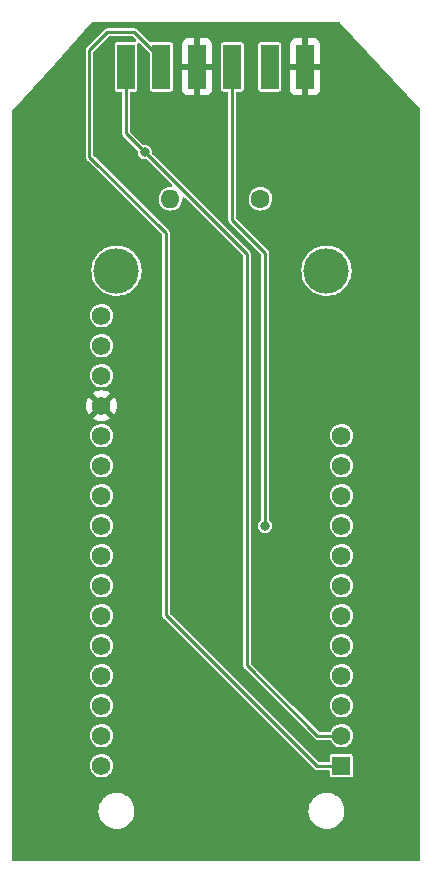
<source format=gbr>
%TF.GenerationSoftware,KiCad,Pcbnew,(6.0.7-1)-1*%
%TF.CreationDate,2022-08-05T12:56:01-05:00*%
%TF.ProjectId,Adafruit NeoPixel 8 Stick,41646166-7275-4697-9420-4e656f506978,rev?*%
%TF.SameCoordinates,Original*%
%TF.FileFunction,Copper,L2,Bot*%
%TF.FilePolarity,Positive*%
%FSLAX46Y46*%
G04 Gerber Fmt 4.6, Leading zero omitted, Abs format (unit mm)*
G04 Created by KiCad (PCBNEW (6.0.7-1)-1) date 2022-08-05 12:56:01*
%MOMM*%
%LPD*%
G01*
G04 APERTURE LIST*
%TA.AperFunction,ComponentPad*%
%ADD10R,1.570000X1.570000*%
%TD*%
%TA.AperFunction,ComponentPad*%
%ADD11C,1.570000*%
%TD*%
%TA.AperFunction,ComponentPad*%
%ADD12C,3.840000*%
%TD*%
%TA.AperFunction,ComponentPad*%
%ADD13C,1.600000*%
%TD*%
%TA.AperFunction,ComponentPad*%
%ADD14O,1.600000X1.600000*%
%TD*%
%TA.AperFunction,SMDPad,CuDef*%
%ADD15R,1.500000X3.800000*%
%TD*%
%TA.AperFunction,ViaPad*%
%ADD16C,0.800000*%
%TD*%
%TA.AperFunction,Conductor*%
%ADD17C,0.250000*%
%TD*%
G04 APERTURE END LIST*
D10*
%TO.P,MD1,0,P0.26/SDA*%
%TO.N,/SDA*%
X150368000Y-152908000D03*
D11*
%TO.P,MD1,1,P0.27/SCL*%
%TO.N,/SCL*%
X150368000Y-150368000D03*
%TO.P,MD1,2,P1.01/SDA1/UART1_RTS/SPI1_SCK/PWM3*%
%TO.N,unconnected-(MD1-Pad2)*%
X150368000Y-147828000D03*
%TO.P,MD1,3,P1.02/SCL1/UART1_CTS/SPI1_MOSI/PWM3*%
%TO.N,unconnected-(MD1-Pad3)*%
X150368000Y-145288000D03*
%TO.P,MD1,3.3V,3.3V*%
%TO.N,unconnected-(MD1-Pad3.3V)*%
X130048000Y-117348000D03*
%TO.P,MD1,4,P1.08/SPI1_MISO/PWM1*%
%TO.N,unconnected-(MD1-Pad4)*%
X150368000Y-142748000D03*
%TO.P,MD1,5,P1.10/PWM1*%
%TO.N,unconnected-(MD1-Pad5)*%
X150368000Y-140208000D03*
%TO.P,MD1,6,P1.11/PWM1*%
%TO.N,unconnected-(MD1-Pad6)*%
X150368000Y-137668000D03*
%TO.P,MD1,7,P1.12/PWM0*%
%TO.N,unconnected-(MD1-Pad7)*%
X150368000Y-135128000D03*
%TO.P,MD1,8,P1.03/PWM1*%
%TO.N,unconnected-(MD1-Pad8)*%
X150368000Y-132588000D03*
%TO.P,MD1,9,P0.06/UART1_TX*%
%TO.N,unconnected-(MD1-Pad9)*%
X130048000Y-150368000D03*
%TO.P,MD1,10,P0.08/UART1_RX*%
%TO.N,unconnected-(MD1-Pad10)*%
X130048000Y-147828000D03*
%TO.P,MD1,11,P1.14/SPI_MISO*%
%TO.N,unconnected-(MD1-Pad11)*%
X130048000Y-145288000D03*
%TO.P,MD1,12,P1.13/SPI_MOSI*%
%TO.N,unconnected-(MD1-Pad12)*%
X130048000Y-142748000D03*
%TO.P,MD1,13,P1.15/SPI_SCK*%
%TO.N,unconnected-(MD1-Pad13)*%
X130048000Y-140208000D03*
%TO.P,MD1,14,P0.31/PWM3/SPI_SS/ADC5*%
%TO.N,unconnected-(MD1-Pad14)*%
X130048000Y-137668000D03*
%TO.P,MD1,15,P0.30/PWM3/ADC4*%
%TO.N,unconnected-(MD1-Pad15)*%
X130048000Y-135128000D03*
%TO.P,MD1,16,P0.29/PWM2/ADC3*%
%TO.N,Net-(CN2-Pad3)*%
X130048000Y-132588000D03*
%TO.P,MD1,17,P0.28/PWM2/ADC2*%
%TO.N,unconnected-(MD1-Pad17)*%
X130048000Y-130048000D03*
%TO.P,MD1,18,P0.04/PWM2/ADC1*%
%TO.N,unconnected-(MD1-Pad18)*%
X130048000Y-127508000D03*
%TO.P,MD1,19,P0.03/PWM2/ADC0*%
%TO.N,unconnected-(MD1-Pad19)*%
X130048000Y-124968000D03*
%TO.P,MD1,20,P0.11/~{MODE}*%
%TO.N,unconnected-(MD1-Pad20)*%
X130048000Y-119888000D03*
D12*
%TO.P,MD1,21,MNT_1*%
%TO.N,unconnected-(MD1-Pad21)*%
X131318000Y-110998000D03*
%TO.P,MD1,22,MNT_2*%
%TO.N,unconnected-(MD1-Pad22)*%
X149098000Y-110998000D03*
D11*
%TO.P,MD1,ENABLE,ENABLE*%
%TO.N,unconnected-(MD1-PadENABLE)*%
X150368000Y-127508000D03*
%TO.P,MD1,GND,GND*%
%TO.N,GND*%
X130048000Y-122428000D03*
%TO.P,MD1,LiPo+,LiPo+*%
%TO.N,unconnected-(MD1-PadLiPo+)*%
X150368000Y-124968000D03*
%TO.P,MD1,NC,NC*%
%TO.N,unconnected-(MD1-PadNC)*%
X130048000Y-152908000D03*
%TO.P,MD1,RESET,P0.18/~{RESET}*%
%TO.N,unconnected-(MD1-PadRESET)*%
X130048000Y-114808000D03*
%TO.P,MD1,VBUS,VBUS*%
%TO.N,+5V*%
X150368000Y-130048000D03*
%TD*%
D13*
%TO.P,R1,1*%
%TO.N,Net-(R1-Pad1)*%
X143510000Y-104902000D03*
D14*
%TO.P,R1,2*%
%TO.N,Net-(R1-Pad2)*%
X135890000Y-104902000D03*
%TD*%
D15*
%TO.P,CN2,1,1*%
%TO.N,GND*%
X147288000Y-93726000D03*
%TO.P,CN2,2,2*%
%TO.N,+5V*%
X144288000Y-93726000D03*
%TO.P,CN2,3,3*%
%TO.N,Net-(CN2-Pad3)*%
X141128000Y-93726000D03*
%TO.P,CN2,4,4*%
%TO.N,GND*%
X138128000Y-93726000D03*
%TO.P,CN2,5,5*%
%TO.N,/SDA*%
X135128000Y-93726000D03*
%TO.P,CN2,6,6*%
%TO.N,/SCL*%
X132128000Y-93726000D03*
%TD*%
D16*
%TO.N,/SCL*%
X133731000Y-100965000D03*
%TO.N,+5V*%
X144272000Y-93980000D03*
%TO.N,Net-(CN2-Pad3)*%
X143891000Y-132588000D03*
%TO.N,/SDA*%
X135128000Y-93853000D03*
%TD*%
D17*
%TO.N,/SCL*%
X150368000Y-150368000D02*
X148336000Y-150368000D01*
X148336000Y-150368000D02*
X142367000Y-144399000D01*
X142367000Y-144399000D02*
X142367000Y-109601000D01*
X142367000Y-109601000D02*
X133731000Y-100965000D01*
X132128000Y-99362000D02*
X133731000Y-100965000D01*
%TO.N,Net-(CN2-Pad3)*%
X141128000Y-106711000D02*
X143891000Y-109474000D01*
X143891000Y-109474000D02*
X143891000Y-132588000D01*
X141128000Y-93726000D02*
X141128000Y-106711000D01*
%TO.N,/SDA*%
X135509000Y-107823000D02*
X129032000Y-101346000D01*
X150368000Y-152908000D02*
X148255235Y-152908000D01*
X129032000Y-101346000D02*
X129032000Y-92329000D01*
X130556000Y-90805000D02*
X132842000Y-90805000D01*
X148255235Y-152908000D02*
X135509000Y-140161765D01*
X135509000Y-140161765D02*
X135509000Y-107823000D01*
X129032000Y-92329000D02*
X130556000Y-90805000D01*
X132842000Y-90805000D02*
X135128000Y-93091000D01*
%TO.N,/SCL*%
X132128000Y-93726000D02*
X132128000Y-99362000D01*
%TD*%
%TA.AperFunction,Conductor*%
%TO.N,GND*%
G36*
X139862223Y-89941499D02*
G01*
X150134028Y-89941499D01*
X150202149Y-89961501D01*
X150226272Y-89981667D01*
X155950964Y-96133999D01*
X156994744Y-97255751D01*
X157026504Y-97319247D01*
X157028500Y-97341583D01*
X157028500Y-160884500D01*
X157008498Y-160952621D01*
X156954842Y-160999114D01*
X156902500Y-161010500D01*
X122579500Y-161010500D01*
X122511379Y-160990498D01*
X122464886Y-160936842D01*
X122453500Y-160884500D01*
X122453500Y-156771237D01*
X129793482Y-156771237D01*
X129821605Y-157014294D01*
X129822984Y-157019168D01*
X129822985Y-157019172D01*
X129859637Y-157148697D01*
X129888226Y-157249728D01*
X129890360Y-157254303D01*
X129890362Y-157254310D01*
X129947632Y-157377124D01*
X129991632Y-157471482D01*
X130129161Y-157673851D01*
X130132638Y-157677528D01*
X130132643Y-157677534D01*
X130227333Y-157777665D01*
X130297277Y-157851628D01*
X130301303Y-157854706D01*
X130301304Y-157854707D01*
X130487633Y-157997167D01*
X130487637Y-157997170D01*
X130491653Y-158000240D01*
X130707289Y-158115863D01*
X130938637Y-158195522D01*
X130943620Y-158196383D01*
X130943625Y-158196384D01*
X131102486Y-158223824D01*
X131179745Y-158237169D01*
X131183702Y-158237349D01*
X131183705Y-158237349D01*
X131207637Y-158238436D01*
X131207656Y-158238436D01*
X131209056Y-158238500D01*
X131379485Y-158238500D01*
X131381993Y-158238298D01*
X131381998Y-158238298D01*
X131556848Y-158224230D01*
X131556852Y-158224229D01*
X131561890Y-158223824D01*
X131566798Y-158222618D01*
X131566801Y-158222618D01*
X131794592Y-158166667D01*
X131799506Y-158165460D01*
X131804158Y-158163485D01*
X131804162Y-158163484D01*
X132020076Y-158071834D01*
X132024734Y-158069857D01*
X132101806Y-158021322D01*
X132227500Y-157942168D01*
X132227503Y-157942166D01*
X132231779Y-157939473D01*
X132331420Y-157851628D01*
X132411518Y-157781013D01*
X132411521Y-157781010D01*
X132415315Y-157777665D01*
X132418526Y-157773756D01*
X132567412Y-157592499D01*
X132567414Y-157592496D01*
X132570620Y-157588593D01*
X132638780Y-157471482D01*
X132691156Y-157381492D01*
X132691157Y-157381490D01*
X132693698Y-157377124D01*
X132781383Y-157148697D01*
X132831418Y-156909189D01*
X132837683Y-156771237D01*
X147573482Y-156771237D01*
X147601605Y-157014294D01*
X147602984Y-157019168D01*
X147602985Y-157019172D01*
X147639637Y-157148697D01*
X147668226Y-157249728D01*
X147670360Y-157254303D01*
X147670362Y-157254310D01*
X147727632Y-157377124D01*
X147771632Y-157471482D01*
X147909161Y-157673851D01*
X147912638Y-157677528D01*
X147912643Y-157677534D01*
X148007333Y-157777665D01*
X148077277Y-157851628D01*
X148081303Y-157854706D01*
X148081304Y-157854707D01*
X148267633Y-157997167D01*
X148267637Y-157997170D01*
X148271653Y-158000240D01*
X148487289Y-158115863D01*
X148718637Y-158195522D01*
X148723620Y-158196383D01*
X148723625Y-158196384D01*
X148882486Y-158223824D01*
X148959745Y-158237169D01*
X148963702Y-158237349D01*
X148963705Y-158237349D01*
X148987637Y-158238436D01*
X148987656Y-158238436D01*
X148989056Y-158238500D01*
X149159485Y-158238500D01*
X149161993Y-158238298D01*
X149161998Y-158238298D01*
X149336848Y-158224230D01*
X149336852Y-158224229D01*
X149341890Y-158223824D01*
X149346798Y-158222618D01*
X149346801Y-158222618D01*
X149574592Y-158166667D01*
X149579506Y-158165460D01*
X149584158Y-158163485D01*
X149584162Y-158163484D01*
X149800076Y-158071834D01*
X149804734Y-158069857D01*
X149881806Y-158021322D01*
X150007500Y-157942168D01*
X150007503Y-157942166D01*
X150011779Y-157939473D01*
X150111420Y-157851628D01*
X150191518Y-157781013D01*
X150191521Y-157781010D01*
X150195315Y-157777665D01*
X150198526Y-157773756D01*
X150347412Y-157592499D01*
X150347414Y-157592496D01*
X150350620Y-157588593D01*
X150418780Y-157471482D01*
X150471156Y-157381492D01*
X150471157Y-157381490D01*
X150473698Y-157377124D01*
X150561383Y-157148697D01*
X150611418Y-156909189D01*
X150622518Y-156664763D01*
X150594395Y-156421706D01*
X150557767Y-156292263D01*
X150529152Y-156191141D01*
X150529151Y-156191139D01*
X150527774Y-156186272D01*
X150525640Y-156181697D01*
X150525638Y-156181690D01*
X150426504Y-155969099D01*
X150424368Y-155964518D01*
X150286839Y-155762149D01*
X150283362Y-155758472D01*
X150283357Y-155758466D01*
X150122205Y-155588054D01*
X150122204Y-155588053D01*
X150118723Y-155584372D01*
X150000302Y-155493832D01*
X149928367Y-155438833D01*
X149928363Y-155438830D01*
X149924347Y-155435760D01*
X149708711Y-155320137D01*
X149477363Y-155240478D01*
X149472380Y-155239617D01*
X149472375Y-155239616D01*
X149297933Y-155209485D01*
X149236255Y-155198831D01*
X149232298Y-155198651D01*
X149232295Y-155198651D01*
X149208363Y-155197564D01*
X149208344Y-155197564D01*
X149206944Y-155197500D01*
X149036515Y-155197500D01*
X149034007Y-155197702D01*
X149034002Y-155197702D01*
X148859152Y-155211770D01*
X148859148Y-155211771D01*
X148854110Y-155212176D01*
X148849202Y-155213382D01*
X148849199Y-155213382D01*
X148732171Y-155242127D01*
X148616494Y-155270540D01*
X148611842Y-155272515D01*
X148611838Y-155272516D01*
X148503535Y-155318488D01*
X148391266Y-155366143D01*
X148386982Y-155368841D01*
X148188500Y-155493832D01*
X148188497Y-155493834D01*
X148184221Y-155496527D01*
X148180427Y-155499872D01*
X148004482Y-155654987D01*
X148004479Y-155654990D01*
X148000685Y-155658335D01*
X147997475Y-155662243D01*
X147997474Y-155662244D01*
X147918437Y-155758466D01*
X147845380Y-155847407D01*
X147842838Y-155851775D01*
X147774554Y-155969099D01*
X147722302Y-156058876D01*
X147634617Y-156287303D01*
X147584582Y-156526811D01*
X147573482Y-156771237D01*
X132837683Y-156771237D01*
X132842518Y-156664763D01*
X132814395Y-156421706D01*
X132777767Y-156292263D01*
X132749152Y-156191141D01*
X132749151Y-156191139D01*
X132747774Y-156186272D01*
X132745640Y-156181697D01*
X132745638Y-156181690D01*
X132646504Y-155969099D01*
X132644368Y-155964518D01*
X132506839Y-155762149D01*
X132503362Y-155758472D01*
X132503357Y-155758466D01*
X132342205Y-155588054D01*
X132342204Y-155588053D01*
X132338723Y-155584372D01*
X132220302Y-155493832D01*
X132148367Y-155438833D01*
X132148363Y-155438830D01*
X132144347Y-155435760D01*
X131928711Y-155320137D01*
X131697363Y-155240478D01*
X131692380Y-155239617D01*
X131692375Y-155239616D01*
X131517933Y-155209485D01*
X131456255Y-155198831D01*
X131452298Y-155198651D01*
X131452295Y-155198651D01*
X131428363Y-155197564D01*
X131428344Y-155197564D01*
X131426944Y-155197500D01*
X131256515Y-155197500D01*
X131254007Y-155197702D01*
X131254002Y-155197702D01*
X131079152Y-155211770D01*
X131079148Y-155211771D01*
X131074110Y-155212176D01*
X131069202Y-155213382D01*
X131069199Y-155213382D01*
X130952171Y-155242127D01*
X130836494Y-155270540D01*
X130831842Y-155272515D01*
X130831838Y-155272516D01*
X130723535Y-155318488D01*
X130611266Y-155366143D01*
X130606982Y-155368841D01*
X130408500Y-155493832D01*
X130408497Y-155493834D01*
X130404221Y-155496527D01*
X130400427Y-155499872D01*
X130224482Y-155654987D01*
X130224479Y-155654990D01*
X130220685Y-155658335D01*
X130217475Y-155662243D01*
X130217474Y-155662244D01*
X130138437Y-155758466D01*
X130065380Y-155847407D01*
X130062838Y-155851775D01*
X129994554Y-155969099D01*
X129942302Y-156058876D01*
X129854617Y-156287303D01*
X129804582Y-156526811D01*
X129793482Y-156771237D01*
X122453500Y-156771237D01*
X122453500Y-152894129D01*
X129054613Y-152894129D01*
X129070837Y-153087343D01*
X129124282Y-153273726D01*
X129127098Y-153279205D01*
X129127099Y-153279208D01*
X129170009Y-153362700D01*
X129212911Y-153446178D01*
X129333347Y-153598132D01*
X129338041Y-153602127D01*
X129372262Y-153631251D01*
X129481005Y-153723799D01*
X129650260Y-153818392D01*
X129834664Y-153878308D01*
X130027194Y-153901266D01*
X130033329Y-153900794D01*
X130033331Y-153900794D01*
X130214375Y-153886864D01*
X130214379Y-153886863D01*
X130220517Y-153886391D01*
X130226449Y-153884735D01*
X130226453Y-153884734D01*
X130362487Y-153846752D01*
X130407268Y-153834249D01*
X130580335Y-153746826D01*
X130609809Y-153723799D01*
X130728265Y-153631251D01*
X130728266Y-153631250D01*
X130733126Y-153627453D01*
X130859820Y-153480676D01*
X130955593Y-153312086D01*
X131016795Y-153128105D01*
X131041097Y-152935740D01*
X131041484Y-152908000D01*
X131022563Y-152715031D01*
X131020782Y-152709132D01*
X131020781Y-152709127D01*
X130968303Y-152535312D01*
X130966522Y-152529413D01*
X130875494Y-152358214D01*
X130871604Y-152353444D01*
X130871601Y-152353440D01*
X130756836Y-152212725D01*
X130756834Y-152212723D01*
X130752947Y-152207957D01*
X130603549Y-152084364D01*
X130598132Y-152081435D01*
X130598129Y-152081433D01*
X130438411Y-151995074D01*
X130438406Y-151995072D01*
X130432991Y-151992144D01*
X130410287Y-151985116D01*
X130253655Y-151936630D01*
X130253652Y-151936629D01*
X130247768Y-151934808D01*
X130241643Y-151934164D01*
X130241642Y-151934164D01*
X130061064Y-151915184D01*
X130061063Y-151915184D01*
X130054936Y-151914540D01*
X129934787Y-151925474D01*
X129867981Y-151931554D01*
X129867980Y-151931554D01*
X129861840Y-151932113D01*
X129855926Y-151933854D01*
X129855924Y-151933854D01*
X129735667Y-151969248D01*
X129675834Y-151986858D01*
X129504005Y-152076688D01*
X129352896Y-152198183D01*
X129348937Y-152202901D01*
X129348936Y-152202902D01*
X129232221Y-152341997D01*
X129228263Y-152346714D01*
X129225300Y-152352103D01*
X129225297Y-152352108D01*
X129218949Y-152363656D01*
X129134854Y-152516625D01*
X129132993Y-152522492D01*
X129132992Y-152522494D01*
X129130797Y-152529413D01*
X129076226Y-152701443D01*
X129054613Y-152894129D01*
X122453500Y-152894129D01*
X122453500Y-150354129D01*
X129054613Y-150354129D01*
X129070837Y-150547343D01*
X129124282Y-150733726D01*
X129127098Y-150739205D01*
X129127099Y-150739208D01*
X129210095Y-150900699D01*
X129212911Y-150906178D01*
X129333347Y-151058132D01*
X129338041Y-151062127D01*
X129372262Y-151091251D01*
X129481005Y-151183799D01*
X129650260Y-151278392D01*
X129834664Y-151338308D01*
X130027194Y-151361266D01*
X130033329Y-151360794D01*
X130033331Y-151360794D01*
X130214375Y-151346864D01*
X130214379Y-151346863D01*
X130220517Y-151346391D01*
X130226449Y-151344735D01*
X130226453Y-151344734D01*
X130313893Y-151320320D01*
X130407268Y-151294249D01*
X130580335Y-151206826D01*
X130609809Y-151183799D01*
X130728265Y-151091251D01*
X130728266Y-151091250D01*
X130733126Y-151087453D01*
X130859820Y-150940676D01*
X130955593Y-150772086D01*
X131016795Y-150588105D01*
X131041097Y-150395740D01*
X131041484Y-150368000D01*
X131022563Y-150175031D01*
X131020782Y-150169132D01*
X131020781Y-150169127D01*
X130968303Y-149995312D01*
X130966522Y-149989413D01*
X130875494Y-149818214D01*
X130871604Y-149813444D01*
X130871601Y-149813440D01*
X130756836Y-149672725D01*
X130756834Y-149672723D01*
X130752947Y-149667957D01*
X130603549Y-149544364D01*
X130598132Y-149541435D01*
X130598129Y-149541433D01*
X130438411Y-149455074D01*
X130438406Y-149455072D01*
X130432991Y-149452144D01*
X130410287Y-149445116D01*
X130253655Y-149396630D01*
X130253652Y-149396629D01*
X130247768Y-149394808D01*
X130241643Y-149394164D01*
X130241642Y-149394164D01*
X130061064Y-149375184D01*
X130061063Y-149375184D01*
X130054936Y-149374540D01*
X129934787Y-149385474D01*
X129867981Y-149391554D01*
X129867980Y-149391554D01*
X129861840Y-149392113D01*
X129855926Y-149393854D01*
X129855924Y-149393854D01*
X129729485Y-149431068D01*
X129675834Y-149446858D01*
X129504005Y-149536688D01*
X129352896Y-149658183D01*
X129348937Y-149662901D01*
X129348936Y-149662902D01*
X129232221Y-149801997D01*
X129228263Y-149806714D01*
X129225300Y-149812103D01*
X129225297Y-149812108D01*
X129218949Y-149823656D01*
X129134854Y-149976625D01*
X129132993Y-149982492D01*
X129132992Y-149982494D01*
X129130797Y-149989413D01*
X129076226Y-150161443D01*
X129054613Y-150354129D01*
X122453500Y-150354129D01*
X122453500Y-147814129D01*
X129054613Y-147814129D01*
X129070837Y-148007343D01*
X129124282Y-148193726D01*
X129127098Y-148199205D01*
X129127099Y-148199208D01*
X129210095Y-148360699D01*
X129212911Y-148366178D01*
X129333347Y-148518132D01*
X129338041Y-148522127D01*
X129372262Y-148551251D01*
X129481005Y-148643799D01*
X129650260Y-148738392D01*
X129834664Y-148798308D01*
X130027194Y-148821266D01*
X130033329Y-148820794D01*
X130033331Y-148820794D01*
X130214375Y-148806864D01*
X130214379Y-148806863D01*
X130220517Y-148806391D01*
X130226449Y-148804735D01*
X130226453Y-148804734D01*
X130313892Y-148780320D01*
X130407268Y-148754249D01*
X130580335Y-148666826D01*
X130609809Y-148643799D01*
X130728265Y-148551251D01*
X130728266Y-148551250D01*
X130733126Y-148547453D01*
X130859820Y-148400676D01*
X130955593Y-148232086D01*
X131016795Y-148048105D01*
X131041097Y-147855740D01*
X131041484Y-147828000D01*
X131022563Y-147635031D01*
X131020782Y-147629132D01*
X131020781Y-147629127D01*
X130968303Y-147455312D01*
X130966522Y-147449413D01*
X130875494Y-147278214D01*
X130871604Y-147273444D01*
X130871601Y-147273440D01*
X130756836Y-147132725D01*
X130756834Y-147132723D01*
X130752947Y-147127957D01*
X130603549Y-147004364D01*
X130598132Y-147001435D01*
X130598129Y-147001433D01*
X130438411Y-146915074D01*
X130438406Y-146915072D01*
X130432991Y-146912144D01*
X130410287Y-146905116D01*
X130253655Y-146856630D01*
X130253652Y-146856629D01*
X130247768Y-146854808D01*
X130241643Y-146854164D01*
X130241642Y-146854164D01*
X130061064Y-146835184D01*
X130061063Y-146835184D01*
X130054936Y-146834540D01*
X129934787Y-146845474D01*
X129867981Y-146851554D01*
X129867980Y-146851554D01*
X129861840Y-146852113D01*
X129855926Y-146853854D01*
X129855924Y-146853854D01*
X129729485Y-146891068D01*
X129675834Y-146906858D01*
X129504005Y-146996688D01*
X129352896Y-147118183D01*
X129348937Y-147122901D01*
X129348936Y-147122902D01*
X129232221Y-147261997D01*
X129228263Y-147266714D01*
X129225300Y-147272103D01*
X129225297Y-147272108D01*
X129218949Y-147283656D01*
X129134854Y-147436625D01*
X129132993Y-147442492D01*
X129132992Y-147442494D01*
X129130797Y-147449413D01*
X129076226Y-147621443D01*
X129054613Y-147814129D01*
X122453500Y-147814129D01*
X122453500Y-145274129D01*
X129054613Y-145274129D01*
X129070837Y-145467343D01*
X129124282Y-145653726D01*
X129127098Y-145659205D01*
X129127099Y-145659208D01*
X129210095Y-145820699D01*
X129212911Y-145826178D01*
X129333347Y-145978132D01*
X129338041Y-145982127D01*
X129372262Y-146011251D01*
X129481005Y-146103799D01*
X129650260Y-146198392D01*
X129834664Y-146258308D01*
X130027194Y-146281266D01*
X130033329Y-146280794D01*
X130033331Y-146280794D01*
X130214375Y-146266864D01*
X130214379Y-146266863D01*
X130220517Y-146266391D01*
X130226449Y-146264735D01*
X130226453Y-146264734D01*
X130313892Y-146240320D01*
X130407268Y-146214249D01*
X130580335Y-146126826D01*
X130609809Y-146103799D01*
X130728265Y-146011251D01*
X130728266Y-146011250D01*
X130733126Y-146007453D01*
X130859820Y-145860676D01*
X130955593Y-145692086D01*
X131016795Y-145508105D01*
X131041097Y-145315740D01*
X131041484Y-145288000D01*
X131022563Y-145095031D01*
X131020782Y-145089132D01*
X131020781Y-145089127D01*
X130968303Y-144915312D01*
X130966522Y-144909413D01*
X130875494Y-144738214D01*
X130871604Y-144733444D01*
X130871601Y-144733440D01*
X130756836Y-144592725D01*
X130756834Y-144592723D01*
X130752947Y-144587957D01*
X130603549Y-144464364D01*
X130598132Y-144461435D01*
X130598129Y-144461433D01*
X130438411Y-144375074D01*
X130438406Y-144375072D01*
X130432991Y-144372144D01*
X130410287Y-144365116D01*
X130253655Y-144316630D01*
X130253652Y-144316629D01*
X130247768Y-144314808D01*
X130241643Y-144314164D01*
X130241642Y-144314164D01*
X130061064Y-144295184D01*
X130061063Y-144295184D01*
X130054936Y-144294540D01*
X129934787Y-144305474D01*
X129867981Y-144311554D01*
X129867980Y-144311554D01*
X129861840Y-144312113D01*
X129855926Y-144313854D01*
X129855924Y-144313854D01*
X129729485Y-144351068D01*
X129675834Y-144366858D01*
X129504005Y-144456688D01*
X129352896Y-144578183D01*
X129348937Y-144582901D01*
X129348936Y-144582902D01*
X129296434Y-144645471D01*
X129228263Y-144726714D01*
X129225300Y-144732103D01*
X129225297Y-144732108D01*
X129218949Y-144743656D01*
X129134854Y-144896625D01*
X129132993Y-144902492D01*
X129132992Y-144902494D01*
X129130797Y-144909413D01*
X129076226Y-145081443D01*
X129054613Y-145274129D01*
X122453500Y-145274129D01*
X122453500Y-142734129D01*
X129054613Y-142734129D01*
X129070837Y-142927343D01*
X129124282Y-143113726D01*
X129127098Y-143119205D01*
X129127099Y-143119208D01*
X129210095Y-143280699D01*
X129212911Y-143286178D01*
X129333347Y-143438132D01*
X129338041Y-143442127D01*
X129372262Y-143471251D01*
X129481005Y-143563799D01*
X129650260Y-143658392D01*
X129834664Y-143718308D01*
X130027194Y-143741266D01*
X130033329Y-143740794D01*
X130033331Y-143740794D01*
X130214375Y-143726864D01*
X130214379Y-143726863D01*
X130220517Y-143726391D01*
X130226449Y-143724735D01*
X130226453Y-143724734D01*
X130313892Y-143700320D01*
X130407268Y-143674249D01*
X130580335Y-143586826D01*
X130609809Y-143563799D01*
X130728265Y-143471251D01*
X130728266Y-143471250D01*
X130733126Y-143467453D01*
X130859820Y-143320676D01*
X130955593Y-143152086D01*
X131016795Y-142968105D01*
X131041097Y-142775740D01*
X131041484Y-142748000D01*
X131022563Y-142555031D01*
X131020782Y-142549132D01*
X131020781Y-142549127D01*
X130968303Y-142375312D01*
X130966522Y-142369413D01*
X130875494Y-142198214D01*
X130871604Y-142193444D01*
X130871601Y-142193440D01*
X130756836Y-142052725D01*
X130756834Y-142052723D01*
X130752947Y-142047957D01*
X130603549Y-141924364D01*
X130598132Y-141921435D01*
X130598129Y-141921433D01*
X130438411Y-141835074D01*
X130438406Y-141835072D01*
X130432991Y-141832144D01*
X130410287Y-141825116D01*
X130253655Y-141776630D01*
X130253652Y-141776629D01*
X130247768Y-141774808D01*
X130241643Y-141774164D01*
X130241642Y-141774164D01*
X130061064Y-141755184D01*
X130061063Y-141755184D01*
X130054936Y-141754540D01*
X129934787Y-141765474D01*
X129867981Y-141771554D01*
X129867980Y-141771554D01*
X129861840Y-141772113D01*
X129855926Y-141773854D01*
X129855924Y-141773854D01*
X129729485Y-141811068D01*
X129675834Y-141826858D01*
X129504005Y-141916688D01*
X129352896Y-142038183D01*
X129348937Y-142042901D01*
X129348936Y-142042902D01*
X129232221Y-142181997D01*
X129228263Y-142186714D01*
X129225300Y-142192103D01*
X129225297Y-142192108D01*
X129218949Y-142203656D01*
X129134854Y-142356625D01*
X129132993Y-142362492D01*
X129132992Y-142362494D01*
X129130797Y-142369413D01*
X129076226Y-142541443D01*
X129054613Y-142734129D01*
X122453500Y-142734129D01*
X122453500Y-140194129D01*
X129054613Y-140194129D01*
X129070837Y-140387343D01*
X129124282Y-140573726D01*
X129127098Y-140579205D01*
X129127099Y-140579208D01*
X129210095Y-140740699D01*
X129212911Y-140746178D01*
X129333347Y-140898132D01*
X129338041Y-140902127D01*
X129372262Y-140931251D01*
X129481005Y-141023799D01*
X129650260Y-141118392D01*
X129834664Y-141178308D01*
X130027194Y-141201266D01*
X130033329Y-141200794D01*
X130033331Y-141200794D01*
X130214375Y-141186864D01*
X130214379Y-141186863D01*
X130220517Y-141186391D01*
X130226449Y-141184735D01*
X130226453Y-141184734D01*
X130313892Y-141160320D01*
X130407268Y-141134249D01*
X130580335Y-141046826D01*
X130609809Y-141023799D01*
X130728265Y-140931251D01*
X130728266Y-140931250D01*
X130733126Y-140927453D01*
X130859820Y-140780676D01*
X130955593Y-140612086D01*
X131016795Y-140428105D01*
X131028679Y-140334037D01*
X131040655Y-140239242D01*
X131040656Y-140239235D01*
X131041097Y-140235740D01*
X131041484Y-140208000D01*
X131022563Y-140015031D01*
X131020782Y-140009132D01*
X131020781Y-140009127D01*
X130968303Y-139835312D01*
X130966522Y-139829413D01*
X130875494Y-139658214D01*
X130871604Y-139653444D01*
X130871601Y-139653440D01*
X130756836Y-139512725D01*
X130756834Y-139512723D01*
X130752947Y-139507957D01*
X130603549Y-139384364D01*
X130598132Y-139381435D01*
X130598129Y-139381433D01*
X130438411Y-139295074D01*
X130438406Y-139295072D01*
X130432991Y-139292144D01*
X130410287Y-139285116D01*
X130253655Y-139236630D01*
X130253652Y-139236629D01*
X130247768Y-139234808D01*
X130241643Y-139234164D01*
X130241642Y-139234164D01*
X130061064Y-139215184D01*
X130061063Y-139215184D01*
X130054936Y-139214540D01*
X129934787Y-139225474D01*
X129867981Y-139231554D01*
X129867980Y-139231554D01*
X129861840Y-139232113D01*
X129855926Y-139233854D01*
X129855924Y-139233854D01*
X129729485Y-139271068D01*
X129675834Y-139286858D01*
X129504005Y-139376688D01*
X129352896Y-139498183D01*
X129348937Y-139502901D01*
X129348936Y-139502902D01*
X129232221Y-139641997D01*
X129228263Y-139646714D01*
X129225300Y-139652103D01*
X129225297Y-139652108D01*
X129218949Y-139663656D01*
X129134854Y-139816625D01*
X129132993Y-139822492D01*
X129132992Y-139822494D01*
X129130797Y-139829413D01*
X129076226Y-140001443D01*
X129054613Y-140194129D01*
X122453500Y-140194129D01*
X122453500Y-137654129D01*
X129054613Y-137654129D01*
X129070837Y-137847343D01*
X129124282Y-138033726D01*
X129127098Y-138039205D01*
X129127099Y-138039208D01*
X129210095Y-138200699D01*
X129212911Y-138206178D01*
X129333347Y-138358132D01*
X129338041Y-138362127D01*
X129372262Y-138391251D01*
X129481005Y-138483799D01*
X129650260Y-138578392D01*
X129834664Y-138638308D01*
X130027194Y-138661266D01*
X130033329Y-138660794D01*
X130033331Y-138660794D01*
X130214375Y-138646864D01*
X130214379Y-138646863D01*
X130220517Y-138646391D01*
X130226449Y-138644735D01*
X130226453Y-138644734D01*
X130313892Y-138620320D01*
X130407268Y-138594249D01*
X130580335Y-138506826D01*
X130609809Y-138483799D01*
X130728265Y-138391251D01*
X130728266Y-138391250D01*
X130733126Y-138387453D01*
X130859820Y-138240676D01*
X130955593Y-138072086D01*
X131016795Y-137888105D01*
X131041097Y-137695740D01*
X131041484Y-137668000D01*
X131022563Y-137475031D01*
X131020782Y-137469132D01*
X131020781Y-137469127D01*
X130968303Y-137295312D01*
X130966522Y-137289413D01*
X130875494Y-137118214D01*
X130871604Y-137113444D01*
X130871601Y-137113440D01*
X130756836Y-136972725D01*
X130756834Y-136972723D01*
X130752947Y-136967957D01*
X130603549Y-136844364D01*
X130598132Y-136841435D01*
X130598129Y-136841433D01*
X130438411Y-136755074D01*
X130438406Y-136755072D01*
X130432991Y-136752144D01*
X130410287Y-136745116D01*
X130253655Y-136696630D01*
X130253652Y-136696629D01*
X130247768Y-136694808D01*
X130241643Y-136694164D01*
X130241642Y-136694164D01*
X130061064Y-136675184D01*
X130061063Y-136675184D01*
X130054936Y-136674540D01*
X129934787Y-136685474D01*
X129867981Y-136691554D01*
X129867980Y-136691554D01*
X129861840Y-136692113D01*
X129855926Y-136693854D01*
X129855924Y-136693854D01*
X129729485Y-136731068D01*
X129675834Y-136746858D01*
X129504005Y-136836688D01*
X129352896Y-136958183D01*
X129348937Y-136962901D01*
X129348936Y-136962902D01*
X129232221Y-137101997D01*
X129228263Y-137106714D01*
X129225300Y-137112103D01*
X129225297Y-137112108D01*
X129218949Y-137123656D01*
X129134854Y-137276625D01*
X129132993Y-137282492D01*
X129132992Y-137282494D01*
X129130797Y-137289413D01*
X129076226Y-137461443D01*
X129054613Y-137654129D01*
X122453500Y-137654129D01*
X122453500Y-135114129D01*
X129054613Y-135114129D01*
X129070837Y-135307343D01*
X129124282Y-135493726D01*
X129127098Y-135499205D01*
X129127099Y-135499208D01*
X129210095Y-135660699D01*
X129212911Y-135666178D01*
X129333347Y-135818132D01*
X129338041Y-135822127D01*
X129372262Y-135851251D01*
X129481005Y-135943799D01*
X129650260Y-136038392D01*
X129834664Y-136098308D01*
X130027194Y-136121266D01*
X130033329Y-136120794D01*
X130033331Y-136120794D01*
X130214375Y-136106864D01*
X130214379Y-136106863D01*
X130220517Y-136106391D01*
X130226449Y-136104735D01*
X130226453Y-136104734D01*
X130313892Y-136080320D01*
X130407268Y-136054249D01*
X130580335Y-135966826D01*
X130609809Y-135943799D01*
X130728265Y-135851251D01*
X130728266Y-135851250D01*
X130733126Y-135847453D01*
X130859820Y-135700676D01*
X130955593Y-135532086D01*
X131016795Y-135348105D01*
X131041097Y-135155740D01*
X131041484Y-135128000D01*
X131022563Y-134935031D01*
X131020782Y-134929132D01*
X131020781Y-134929127D01*
X130968303Y-134755312D01*
X130966522Y-134749413D01*
X130875494Y-134578214D01*
X130871604Y-134573444D01*
X130871601Y-134573440D01*
X130756836Y-134432725D01*
X130756834Y-134432723D01*
X130752947Y-134427957D01*
X130603549Y-134304364D01*
X130598132Y-134301435D01*
X130598129Y-134301433D01*
X130438411Y-134215074D01*
X130438406Y-134215072D01*
X130432991Y-134212144D01*
X130410287Y-134205116D01*
X130253655Y-134156630D01*
X130253652Y-134156629D01*
X130247768Y-134154808D01*
X130241643Y-134154164D01*
X130241642Y-134154164D01*
X130061064Y-134135184D01*
X130061063Y-134135184D01*
X130054936Y-134134540D01*
X129934787Y-134145474D01*
X129867981Y-134151554D01*
X129867980Y-134151554D01*
X129861840Y-134152113D01*
X129855926Y-134153854D01*
X129855924Y-134153854D01*
X129729485Y-134191068D01*
X129675834Y-134206858D01*
X129504005Y-134296688D01*
X129352896Y-134418183D01*
X129348937Y-134422901D01*
X129348936Y-134422902D01*
X129232221Y-134561997D01*
X129228263Y-134566714D01*
X129225300Y-134572103D01*
X129225297Y-134572108D01*
X129218949Y-134583656D01*
X129134854Y-134736625D01*
X129132993Y-134742492D01*
X129132992Y-134742494D01*
X129130797Y-134749413D01*
X129076226Y-134921443D01*
X129054613Y-135114129D01*
X122453500Y-135114129D01*
X122453500Y-132574129D01*
X129054613Y-132574129D01*
X129070837Y-132767343D01*
X129124282Y-132953726D01*
X129127098Y-132959205D01*
X129127099Y-132959208D01*
X129204752Y-133110302D01*
X129212911Y-133126178D01*
X129333347Y-133278132D01*
X129338041Y-133282127D01*
X129372262Y-133311251D01*
X129481005Y-133403799D01*
X129650260Y-133498392D01*
X129834664Y-133558308D01*
X130027194Y-133581266D01*
X130033329Y-133580794D01*
X130033331Y-133580794D01*
X130214375Y-133566864D01*
X130214379Y-133566863D01*
X130220517Y-133566391D01*
X130226449Y-133564735D01*
X130226453Y-133564734D01*
X130313892Y-133540320D01*
X130407268Y-133514249D01*
X130580335Y-133426826D01*
X130609809Y-133403799D01*
X130728265Y-133311251D01*
X130728266Y-133311250D01*
X130733126Y-133307453D01*
X130859820Y-133160676D01*
X130955593Y-132992086D01*
X131016795Y-132808105D01*
X131041097Y-132615740D01*
X131041484Y-132588000D01*
X131022563Y-132395031D01*
X131020782Y-132389132D01*
X131020781Y-132389127D01*
X130968303Y-132215312D01*
X130966522Y-132209413D01*
X130900507Y-132085257D01*
X130878388Y-132043656D01*
X130878386Y-132043653D01*
X130875494Y-132038214D01*
X130871604Y-132033444D01*
X130871601Y-132033440D01*
X130756836Y-131892725D01*
X130756834Y-131892723D01*
X130752947Y-131887957D01*
X130603549Y-131764364D01*
X130598132Y-131761435D01*
X130598129Y-131761433D01*
X130438411Y-131675074D01*
X130438406Y-131675072D01*
X130432991Y-131672144D01*
X130410287Y-131665116D01*
X130253655Y-131616630D01*
X130253652Y-131616629D01*
X130247768Y-131614808D01*
X130241643Y-131614164D01*
X130241642Y-131614164D01*
X130061064Y-131595184D01*
X130061063Y-131595184D01*
X130054936Y-131594540D01*
X129934787Y-131605474D01*
X129867981Y-131611554D01*
X129867980Y-131611554D01*
X129861840Y-131612113D01*
X129855926Y-131613854D01*
X129855924Y-131613854D01*
X129729485Y-131651068D01*
X129675834Y-131666858D01*
X129504005Y-131756688D01*
X129352896Y-131878183D01*
X129348937Y-131882901D01*
X129348936Y-131882902D01*
X129236300Y-132017136D01*
X129228263Y-132026714D01*
X129225300Y-132032103D01*
X129225297Y-132032108D01*
X129178574Y-132117098D01*
X129134854Y-132196625D01*
X129132993Y-132202492D01*
X129132992Y-132202494D01*
X129130797Y-132209413D01*
X129076226Y-132381443D01*
X129054613Y-132574129D01*
X122453500Y-132574129D01*
X122453500Y-130034129D01*
X129054613Y-130034129D01*
X129070837Y-130227343D01*
X129124282Y-130413726D01*
X129127098Y-130419205D01*
X129127099Y-130419208D01*
X129210095Y-130580699D01*
X129212911Y-130586178D01*
X129333347Y-130738132D01*
X129338041Y-130742127D01*
X129372262Y-130771251D01*
X129481005Y-130863799D01*
X129650260Y-130958392D01*
X129834664Y-131018308D01*
X130027194Y-131041266D01*
X130033329Y-131040794D01*
X130033331Y-131040794D01*
X130214375Y-131026864D01*
X130214379Y-131026863D01*
X130220517Y-131026391D01*
X130226449Y-131024735D01*
X130226453Y-131024734D01*
X130313892Y-131000320D01*
X130407268Y-130974249D01*
X130580335Y-130886826D01*
X130609809Y-130863799D01*
X130728265Y-130771251D01*
X130728266Y-130771250D01*
X130733126Y-130767453D01*
X130859820Y-130620676D01*
X130955593Y-130452086D01*
X131016795Y-130268105D01*
X131041097Y-130075740D01*
X131041484Y-130048000D01*
X131022563Y-129855031D01*
X131020782Y-129849132D01*
X131020781Y-129849127D01*
X130968303Y-129675312D01*
X130966522Y-129669413D01*
X130875494Y-129498214D01*
X130871604Y-129493444D01*
X130871601Y-129493440D01*
X130756836Y-129352725D01*
X130756834Y-129352723D01*
X130752947Y-129347957D01*
X130603549Y-129224364D01*
X130598132Y-129221435D01*
X130598129Y-129221433D01*
X130438411Y-129135074D01*
X130438406Y-129135072D01*
X130432991Y-129132144D01*
X130410287Y-129125116D01*
X130253655Y-129076630D01*
X130253652Y-129076629D01*
X130247768Y-129074808D01*
X130241643Y-129074164D01*
X130241642Y-129074164D01*
X130061064Y-129055184D01*
X130061063Y-129055184D01*
X130054936Y-129054540D01*
X129934787Y-129065474D01*
X129867981Y-129071554D01*
X129867980Y-129071554D01*
X129861840Y-129072113D01*
X129855926Y-129073854D01*
X129855924Y-129073854D01*
X129729485Y-129111068D01*
X129675834Y-129126858D01*
X129504005Y-129216688D01*
X129352896Y-129338183D01*
X129348937Y-129342901D01*
X129348936Y-129342902D01*
X129232221Y-129481997D01*
X129228263Y-129486714D01*
X129225300Y-129492103D01*
X129225297Y-129492108D01*
X129218949Y-129503656D01*
X129134854Y-129656625D01*
X129132993Y-129662492D01*
X129132992Y-129662494D01*
X129130797Y-129669413D01*
X129076226Y-129841443D01*
X129054613Y-130034129D01*
X122453500Y-130034129D01*
X122453500Y-127494129D01*
X129054613Y-127494129D01*
X129070837Y-127687343D01*
X129124282Y-127873726D01*
X129127098Y-127879205D01*
X129127099Y-127879208D01*
X129210095Y-128040699D01*
X129212911Y-128046178D01*
X129333347Y-128198132D01*
X129338041Y-128202127D01*
X129372262Y-128231251D01*
X129481005Y-128323799D01*
X129650260Y-128418392D01*
X129834664Y-128478308D01*
X130027194Y-128501266D01*
X130033329Y-128500794D01*
X130033331Y-128500794D01*
X130214375Y-128486864D01*
X130214379Y-128486863D01*
X130220517Y-128486391D01*
X130226449Y-128484735D01*
X130226453Y-128484734D01*
X130313892Y-128460320D01*
X130407268Y-128434249D01*
X130580335Y-128346826D01*
X130609809Y-128323799D01*
X130728265Y-128231251D01*
X130728266Y-128231250D01*
X130733126Y-128227453D01*
X130859820Y-128080676D01*
X130955593Y-127912086D01*
X131016795Y-127728105D01*
X131041097Y-127535740D01*
X131041484Y-127508000D01*
X131022563Y-127315031D01*
X131020782Y-127309132D01*
X131020781Y-127309127D01*
X130968303Y-127135312D01*
X130966522Y-127129413D01*
X130875494Y-126958214D01*
X130871604Y-126953444D01*
X130871601Y-126953440D01*
X130756836Y-126812725D01*
X130756834Y-126812723D01*
X130752947Y-126807957D01*
X130603549Y-126684364D01*
X130598132Y-126681435D01*
X130598129Y-126681433D01*
X130438411Y-126595074D01*
X130438406Y-126595072D01*
X130432991Y-126592144D01*
X130410287Y-126585116D01*
X130253655Y-126536630D01*
X130253652Y-126536629D01*
X130247768Y-126534808D01*
X130241643Y-126534164D01*
X130241642Y-126534164D01*
X130061064Y-126515184D01*
X130061063Y-126515184D01*
X130054936Y-126514540D01*
X129934787Y-126525474D01*
X129867981Y-126531554D01*
X129867980Y-126531554D01*
X129861840Y-126532113D01*
X129855926Y-126533854D01*
X129855924Y-126533854D01*
X129729485Y-126571068D01*
X129675834Y-126586858D01*
X129504005Y-126676688D01*
X129352896Y-126798183D01*
X129348937Y-126802901D01*
X129348936Y-126802902D01*
X129232221Y-126941997D01*
X129228263Y-126946714D01*
X129225300Y-126952103D01*
X129225297Y-126952108D01*
X129218949Y-126963656D01*
X129134854Y-127116625D01*
X129132993Y-127122492D01*
X129132992Y-127122494D01*
X129130797Y-127129413D01*
X129076226Y-127301443D01*
X129054613Y-127494129D01*
X122453500Y-127494129D01*
X122453500Y-124954129D01*
X129054613Y-124954129D01*
X129070837Y-125147343D01*
X129124282Y-125333726D01*
X129127098Y-125339205D01*
X129127099Y-125339208D01*
X129210095Y-125500699D01*
X129212911Y-125506178D01*
X129333347Y-125658132D01*
X129338041Y-125662127D01*
X129372262Y-125691251D01*
X129481005Y-125783799D01*
X129650260Y-125878392D01*
X129834664Y-125938308D01*
X130027194Y-125961266D01*
X130033329Y-125960794D01*
X130033331Y-125960794D01*
X130214375Y-125946864D01*
X130214379Y-125946863D01*
X130220517Y-125946391D01*
X130226449Y-125944735D01*
X130226453Y-125944734D01*
X130313892Y-125920320D01*
X130407268Y-125894249D01*
X130580335Y-125806826D01*
X130609809Y-125783799D01*
X130728265Y-125691251D01*
X130728266Y-125691250D01*
X130733126Y-125687453D01*
X130859820Y-125540676D01*
X130955593Y-125372086D01*
X131016795Y-125188105D01*
X131041097Y-124995740D01*
X131041484Y-124968000D01*
X131022563Y-124775031D01*
X131020782Y-124769132D01*
X131020781Y-124769127D01*
X130968303Y-124595312D01*
X130966522Y-124589413D01*
X130875494Y-124418214D01*
X130871604Y-124413444D01*
X130871601Y-124413440D01*
X130756836Y-124272725D01*
X130756834Y-124272723D01*
X130752947Y-124267957D01*
X130603549Y-124144364D01*
X130598132Y-124141435D01*
X130598129Y-124141433D01*
X130438411Y-124055074D01*
X130438406Y-124055072D01*
X130432991Y-124052144D01*
X130410287Y-124045116D01*
X130253655Y-123996630D01*
X130253652Y-123996629D01*
X130247768Y-123994808D01*
X130241643Y-123994164D01*
X130241642Y-123994164D01*
X130062369Y-123975321D01*
X130055088Y-123972325D01*
X130051706Y-123974103D01*
X130038300Y-123976054D01*
X129867981Y-123991554D01*
X129867980Y-123991554D01*
X129861840Y-123992113D01*
X129855926Y-123993854D01*
X129855924Y-123993854D01*
X129729485Y-124031068D01*
X129675834Y-124046858D01*
X129504005Y-124136688D01*
X129352896Y-124258183D01*
X129348937Y-124262901D01*
X129348936Y-124262902D01*
X129232221Y-124401997D01*
X129228263Y-124406714D01*
X129225300Y-124412103D01*
X129225297Y-124412108D01*
X129218949Y-124423656D01*
X129134854Y-124576625D01*
X129132993Y-124582492D01*
X129132992Y-124582494D01*
X129130797Y-124589413D01*
X129076226Y-124761443D01*
X129054613Y-124954129D01*
X122453500Y-124954129D01*
X122453500Y-123503292D01*
X129337263Y-123503292D01*
X129346559Y-123515307D01*
X129394522Y-123548891D01*
X129404017Y-123554374D01*
X129599097Y-123645341D01*
X129609389Y-123649087D01*
X129817300Y-123704796D01*
X129828095Y-123706699D01*
X130037862Y-123725052D01*
X130047444Y-123728800D01*
X130052874Y-123726066D01*
X130064558Y-123724490D01*
X130267905Y-123706699D01*
X130278700Y-123704796D01*
X130486611Y-123649087D01*
X130496903Y-123645341D01*
X130691983Y-123554374D01*
X130701478Y-123548891D01*
X130750278Y-123514721D01*
X130758654Y-123504242D01*
X130751586Y-123490796D01*
X130060812Y-122800022D01*
X130046868Y-122792408D01*
X130045035Y-122792539D01*
X130038420Y-122796790D01*
X129343693Y-123491517D01*
X129337263Y-123503292D01*
X122453500Y-123503292D01*
X122453500Y-122433475D01*
X128750540Y-122433475D01*
X128769301Y-122647905D01*
X128771204Y-122658700D01*
X128826913Y-122866611D01*
X128830659Y-122876903D01*
X128921629Y-123071988D01*
X128927107Y-123081474D01*
X128961279Y-123130278D01*
X128971757Y-123138653D01*
X128985205Y-123131585D01*
X129675978Y-122440812D01*
X129682356Y-122429132D01*
X130412408Y-122429132D01*
X130412539Y-122430965D01*
X130416790Y-122437580D01*
X131111517Y-123132307D01*
X131123291Y-123138737D01*
X131135307Y-123129440D01*
X131168893Y-123081474D01*
X131174371Y-123071988D01*
X131265341Y-122876903D01*
X131269087Y-122866611D01*
X131324796Y-122658700D01*
X131326699Y-122647905D01*
X131345460Y-122433475D01*
X131345460Y-122422525D01*
X131326699Y-122208095D01*
X131324796Y-122197300D01*
X131269087Y-121989389D01*
X131265341Y-121979097D01*
X131174371Y-121784012D01*
X131168893Y-121774526D01*
X131134721Y-121725722D01*
X131124243Y-121717347D01*
X131110795Y-121724415D01*
X130420022Y-122415188D01*
X130412408Y-122429132D01*
X129682356Y-122429132D01*
X129683592Y-122426868D01*
X129683461Y-122425035D01*
X129679210Y-122418420D01*
X128984483Y-121723693D01*
X128972709Y-121717263D01*
X128960693Y-121726560D01*
X128927107Y-121774526D01*
X128921629Y-121784012D01*
X128830659Y-121979097D01*
X128826913Y-121989389D01*
X128771204Y-122197300D01*
X128769301Y-122208095D01*
X128750540Y-122422525D01*
X128750540Y-122433475D01*
X122453500Y-122433475D01*
X122453500Y-121351757D01*
X129337347Y-121351757D01*
X129344415Y-121365205D01*
X130035188Y-122055978D01*
X130049132Y-122063592D01*
X130050965Y-122063461D01*
X130057580Y-122059210D01*
X130752307Y-121364483D01*
X130758737Y-121352708D01*
X130749441Y-121340693D01*
X130701478Y-121307109D01*
X130691983Y-121301626D01*
X130496903Y-121210659D01*
X130486611Y-121206913D01*
X130278700Y-121151204D01*
X130267893Y-121149299D01*
X130051970Y-121130407D01*
X130046671Y-121128334D01*
X130026252Y-121131964D01*
X129828095Y-121149301D01*
X129817300Y-121151204D01*
X129609389Y-121206913D01*
X129599097Y-121210659D01*
X129404012Y-121301629D01*
X129394526Y-121307107D01*
X129345722Y-121341279D01*
X129337347Y-121351757D01*
X122453500Y-121351757D01*
X122453500Y-119874129D01*
X129054613Y-119874129D01*
X129070837Y-120067343D01*
X129124282Y-120253726D01*
X129127098Y-120259205D01*
X129127099Y-120259208D01*
X129210095Y-120420699D01*
X129212911Y-120426178D01*
X129333347Y-120578132D01*
X129338041Y-120582127D01*
X129372262Y-120611251D01*
X129481005Y-120703799D01*
X129650260Y-120798392D01*
X129834664Y-120858308D01*
X130027194Y-120881266D01*
X130026948Y-120883329D01*
X130031582Y-120884797D01*
X130038126Y-120881357D01*
X130053280Y-120879259D01*
X130124117Y-120873808D01*
X130214376Y-120866864D01*
X130214381Y-120866863D01*
X130220517Y-120866391D01*
X130226449Y-120864735D01*
X130226453Y-120864734D01*
X130313893Y-120840320D01*
X130407268Y-120814249D01*
X130580335Y-120726826D01*
X130609809Y-120703799D01*
X130728265Y-120611251D01*
X130728266Y-120611250D01*
X130733126Y-120607453D01*
X130859820Y-120460676D01*
X130955593Y-120292086D01*
X131016795Y-120108105D01*
X131041097Y-119915740D01*
X131041484Y-119888000D01*
X131022563Y-119695031D01*
X131020782Y-119689132D01*
X131020781Y-119689127D01*
X130968303Y-119515312D01*
X130966522Y-119509413D01*
X130875494Y-119338214D01*
X130871604Y-119333444D01*
X130871601Y-119333440D01*
X130756836Y-119192725D01*
X130756834Y-119192723D01*
X130752947Y-119187957D01*
X130603549Y-119064364D01*
X130598132Y-119061435D01*
X130598129Y-119061433D01*
X130438411Y-118975074D01*
X130438406Y-118975072D01*
X130432991Y-118972144D01*
X130410287Y-118965116D01*
X130253655Y-118916630D01*
X130253652Y-118916629D01*
X130247768Y-118914808D01*
X130241643Y-118914164D01*
X130241642Y-118914164D01*
X130061064Y-118895184D01*
X130061063Y-118895184D01*
X130054936Y-118894540D01*
X129934787Y-118905474D01*
X129867981Y-118911554D01*
X129867980Y-118911554D01*
X129861840Y-118912113D01*
X129855926Y-118913854D01*
X129855924Y-118913854D01*
X129729485Y-118951068D01*
X129675834Y-118966858D01*
X129504005Y-119056688D01*
X129352896Y-119178183D01*
X129348937Y-119182901D01*
X129348936Y-119182902D01*
X129232221Y-119321997D01*
X129228263Y-119326714D01*
X129225300Y-119332103D01*
X129225297Y-119332108D01*
X129218949Y-119343656D01*
X129134854Y-119496625D01*
X129132993Y-119502492D01*
X129132992Y-119502494D01*
X129130797Y-119509413D01*
X129076226Y-119681443D01*
X129054613Y-119874129D01*
X122453500Y-119874129D01*
X122453500Y-117334129D01*
X129054613Y-117334129D01*
X129070837Y-117527343D01*
X129124282Y-117713726D01*
X129127098Y-117719205D01*
X129127099Y-117719208D01*
X129210095Y-117880699D01*
X129212911Y-117886178D01*
X129333347Y-118038132D01*
X129338041Y-118042127D01*
X129372262Y-118071251D01*
X129481005Y-118163799D01*
X129650260Y-118258392D01*
X129834664Y-118318308D01*
X130027194Y-118341266D01*
X130033329Y-118340794D01*
X130033331Y-118340794D01*
X130214375Y-118326864D01*
X130214379Y-118326863D01*
X130220517Y-118326391D01*
X130226449Y-118324735D01*
X130226453Y-118324734D01*
X130313893Y-118300320D01*
X130407268Y-118274249D01*
X130580335Y-118186826D01*
X130609809Y-118163799D01*
X130728265Y-118071251D01*
X130728266Y-118071250D01*
X130733126Y-118067453D01*
X130859820Y-117920676D01*
X130955593Y-117752086D01*
X131016795Y-117568105D01*
X131041097Y-117375740D01*
X131041484Y-117348000D01*
X131022563Y-117155031D01*
X131020782Y-117149132D01*
X131020781Y-117149127D01*
X130968303Y-116975312D01*
X130966522Y-116969413D01*
X130875494Y-116798214D01*
X130871604Y-116793444D01*
X130871601Y-116793440D01*
X130756836Y-116652725D01*
X130756834Y-116652723D01*
X130752947Y-116647957D01*
X130603549Y-116524364D01*
X130598132Y-116521435D01*
X130598129Y-116521433D01*
X130438411Y-116435074D01*
X130438406Y-116435072D01*
X130432991Y-116432144D01*
X130410287Y-116425116D01*
X130253655Y-116376630D01*
X130253652Y-116376629D01*
X130247768Y-116374808D01*
X130241643Y-116374164D01*
X130241642Y-116374164D01*
X130061064Y-116355184D01*
X130061063Y-116355184D01*
X130054936Y-116354540D01*
X129934787Y-116365474D01*
X129867981Y-116371554D01*
X129867980Y-116371554D01*
X129861840Y-116372113D01*
X129855926Y-116373854D01*
X129855924Y-116373854D01*
X129729485Y-116411068D01*
X129675834Y-116426858D01*
X129504005Y-116516688D01*
X129352896Y-116638183D01*
X129348937Y-116642901D01*
X129348936Y-116642902D01*
X129232221Y-116781997D01*
X129228263Y-116786714D01*
X129225300Y-116792103D01*
X129225297Y-116792108D01*
X129218949Y-116803656D01*
X129134854Y-116956625D01*
X129132993Y-116962492D01*
X129132992Y-116962494D01*
X129130797Y-116969413D01*
X129076226Y-117141443D01*
X129054613Y-117334129D01*
X122453500Y-117334129D01*
X122453500Y-114794129D01*
X129054613Y-114794129D01*
X129070837Y-114987343D01*
X129124282Y-115173726D01*
X129127098Y-115179205D01*
X129127099Y-115179208D01*
X129210095Y-115340699D01*
X129212911Y-115346178D01*
X129333347Y-115498132D01*
X129338041Y-115502127D01*
X129372262Y-115531251D01*
X129481005Y-115623799D01*
X129650260Y-115718392D01*
X129834664Y-115778308D01*
X130027194Y-115801266D01*
X130033329Y-115800794D01*
X130033331Y-115800794D01*
X130214375Y-115786864D01*
X130214379Y-115786863D01*
X130220517Y-115786391D01*
X130226449Y-115784735D01*
X130226453Y-115784734D01*
X130313892Y-115760320D01*
X130407268Y-115734249D01*
X130580335Y-115646826D01*
X130609809Y-115623799D01*
X130728265Y-115531251D01*
X130728266Y-115531250D01*
X130733126Y-115527453D01*
X130859820Y-115380676D01*
X130955593Y-115212086D01*
X131016795Y-115028105D01*
X131041097Y-114835740D01*
X131041484Y-114808000D01*
X131022563Y-114615031D01*
X131020782Y-114609132D01*
X131020781Y-114609127D01*
X130968303Y-114435312D01*
X130966522Y-114429413D01*
X130875494Y-114258214D01*
X130871604Y-114253444D01*
X130871601Y-114253440D01*
X130756836Y-114112725D01*
X130756834Y-114112723D01*
X130752947Y-114107957D01*
X130603549Y-113984364D01*
X130598132Y-113981435D01*
X130598129Y-113981433D01*
X130438411Y-113895074D01*
X130438406Y-113895072D01*
X130432991Y-113892144D01*
X130410287Y-113885116D01*
X130253655Y-113836630D01*
X130253652Y-113836629D01*
X130247768Y-113834808D01*
X130241643Y-113834164D01*
X130241642Y-113834164D01*
X130061064Y-113815184D01*
X130061063Y-113815184D01*
X130054936Y-113814540D01*
X129934787Y-113825474D01*
X129867981Y-113831554D01*
X129867980Y-113831554D01*
X129861840Y-113832113D01*
X129855926Y-113833854D01*
X129855924Y-113833854D01*
X129729485Y-113871068D01*
X129675834Y-113886858D01*
X129504005Y-113976688D01*
X129352896Y-114098183D01*
X129348937Y-114102901D01*
X129348936Y-114102902D01*
X129232221Y-114241997D01*
X129228263Y-114246714D01*
X129225300Y-114252103D01*
X129225297Y-114252108D01*
X129218949Y-114263656D01*
X129134854Y-114416625D01*
X129132993Y-114422492D01*
X129132992Y-114422494D01*
X129130797Y-114429413D01*
X129076226Y-114601443D01*
X129054613Y-114794129D01*
X122453500Y-114794129D01*
X122453500Y-110975709D01*
X129189455Y-110975709D01*
X129206123Y-111264792D01*
X129206948Y-111268997D01*
X129206949Y-111269005D01*
X129239141Y-111433085D01*
X129261870Y-111548938D01*
X129263257Y-111552988D01*
X129263258Y-111552993D01*
X129283889Y-111613251D01*
X129355665Y-111822890D01*
X129485771Y-112081577D01*
X129488197Y-112085106D01*
X129488200Y-112085112D01*
X129527332Y-112142049D01*
X129649782Y-112320214D01*
X129844661Y-112534384D01*
X129902265Y-112582548D01*
X130063512Y-112717372D01*
X130063517Y-112717376D01*
X130066804Y-112720124D01*
X130131547Y-112760737D01*
X130308459Y-112871714D01*
X130308463Y-112871716D01*
X130312099Y-112873997D01*
X130383664Y-112906310D01*
X130572096Y-112991391D01*
X130572100Y-112991393D01*
X130576008Y-112993157D01*
X130580128Y-112994377D01*
X130580127Y-112994377D01*
X130849534Y-113074179D01*
X130849538Y-113074180D01*
X130853647Y-113075397D01*
X130857881Y-113076045D01*
X130857886Y-113076046D01*
X131135636Y-113118547D01*
X131135638Y-113118547D01*
X131139878Y-113119196D01*
X131287226Y-113121511D01*
X131425115Y-113123678D01*
X131425121Y-113123678D01*
X131429406Y-113123745D01*
X131716871Y-113088958D01*
X131996957Y-113015479D01*
X132000917Y-113013839D01*
X132000922Y-113013837D01*
X132130718Y-112960073D01*
X132264478Y-112904668D01*
X132514486Y-112758575D01*
X132742353Y-112579904D01*
X132943864Y-112371961D01*
X132946397Y-112368513D01*
X132946401Y-112368508D01*
X133112751Y-112142049D01*
X133115289Y-112138594D01*
X133253456Y-111884121D01*
X133355810Y-111613251D01*
X133420455Y-111330996D01*
X133446195Y-111042579D01*
X133446662Y-110998000D01*
X133426967Y-110709107D01*
X133368248Y-110425561D01*
X133271589Y-110152606D01*
X133138781Y-109895296D01*
X132972281Y-109658390D01*
X132891919Y-109571910D01*
X132778090Y-109449415D01*
X132778087Y-109449412D01*
X132775169Y-109446272D01*
X132771853Y-109443558D01*
X132771850Y-109443555D01*
X132593061Y-109297218D01*
X132551094Y-109262868D01*
X132304201Y-109111572D01*
X132300284Y-109109853D01*
X132300281Y-109109851D01*
X132183467Y-109058573D01*
X132039059Y-108995183D01*
X132034931Y-108994007D01*
X132034928Y-108994006D01*
X131764702Y-108917030D01*
X131764703Y-108917030D01*
X131760574Y-108915854D01*
X131545645Y-108885266D01*
X131478151Y-108875660D01*
X131478149Y-108875660D01*
X131473899Y-108875055D01*
X131469610Y-108875033D01*
X131469603Y-108875032D01*
X131188626Y-108873560D01*
X131188619Y-108873560D01*
X131184340Y-108873538D01*
X131180096Y-108874097D01*
X131180092Y-108874097D01*
X131053475Y-108890767D01*
X130897254Y-108911334D01*
X130893114Y-108912467D01*
X130893112Y-108912467D01*
X130876433Y-108917030D01*
X130617954Y-108987742D01*
X130351608Y-109101348D01*
X130103144Y-109250051D01*
X130099793Y-109252735D01*
X130099791Y-109252737D01*
X130044270Y-109297218D01*
X129877160Y-109431098D01*
X129753643Y-109561258D01*
X129697092Y-109620851D01*
X129677838Y-109641140D01*
X129508866Y-109876289D01*
X129506857Y-109880084D01*
X129506856Y-109880085D01*
X129485864Y-109919731D01*
X129373370Y-110132195D01*
X129273859Y-110404122D01*
X129272946Y-110408308D01*
X129272946Y-110408309D01*
X129213087Y-110682849D01*
X129213086Y-110682857D01*
X129212174Y-110687039D01*
X129189455Y-110975709D01*
X122453500Y-110975709D01*
X122453500Y-101375090D01*
X128699499Y-101375090D01*
X128702353Y-101385740D01*
X128702353Y-101385744D01*
X128709362Y-101411902D01*
X128711742Y-101422635D01*
X128718358Y-101460156D01*
X128723869Y-101469702D01*
X128725109Y-101473108D01*
X128726646Y-101476405D01*
X128729501Y-101487058D01*
X128751367Y-101518286D01*
X128757262Y-101527539D01*
X128776317Y-101560544D01*
X128784756Y-101567626D01*
X128784761Y-101567631D01*
X128805515Y-101585045D01*
X128813619Y-101592471D01*
X135143395Y-107922247D01*
X135177421Y-107984559D01*
X135180300Y-108011342D01*
X135180300Y-140141903D01*
X135179821Y-140152885D01*
X135176499Y-140190855D01*
X135179353Y-140201505D01*
X135179353Y-140201509D01*
X135186362Y-140227667D01*
X135188742Y-140238400D01*
X135191649Y-140254888D01*
X135195358Y-140275921D01*
X135200869Y-140285467D01*
X135202109Y-140288873D01*
X135203646Y-140292170D01*
X135206501Y-140302823D01*
X135228367Y-140334051D01*
X135234262Y-140343304D01*
X135253317Y-140376309D01*
X135261756Y-140383391D01*
X135261761Y-140383396D01*
X135282515Y-140400810D01*
X135290619Y-140408236D01*
X148008764Y-153126381D01*
X148016191Y-153134485D01*
X148040691Y-153163683D01*
X148050236Y-153169194D01*
X148073691Y-153182736D01*
X148082959Y-153188640D01*
X148114177Y-153210499D01*
X148124824Y-153213352D01*
X148128114Y-153214886D01*
X148131531Y-153216130D01*
X148141079Y-153221642D01*
X148178612Y-153228260D01*
X148189342Y-153230639D01*
X148215498Y-153237648D01*
X148215503Y-153237648D01*
X148226145Y-153240500D01*
X148237120Y-153239540D01*
X148237122Y-153239540D01*
X148264108Y-153237179D01*
X148275089Y-153236700D01*
X149253300Y-153236700D01*
X149321421Y-153256702D01*
X149367914Y-153310358D01*
X149379300Y-153362700D01*
X149379300Y-153713064D01*
X149391119Y-153772480D01*
X149436140Y-153839860D01*
X149503520Y-153884881D01*
X149562936Y-153896700D01*
X151173064Y-153896700D01*
X151232480Y-153884881D01*
X151299860Y-153839860D01*
X151344881Y-153772480D01*
X151356700Y-153713064D01*
X151356700Y-152102936D01*
X151344881Y-152043520D01*
X151299860Y-151976140D01*
X151232480Y-151931119D01*
X151173064Y-151919300D01*
X149562936Y-151919300D01*
X149503520Y-151931119D01*
X149436140Y-151976140D01*
X149391119Y-152043520D01*
X149379300Y-152102936D01*
X149379300Y-152453300D01*
X149359298Y-152521421D01*
X149305642Y-152567914D01*
X149253300Y-152579300D01*
X148443577Y-152579300D01*
X148375456Y-152559298D01*
X148354482Y-152542395D01*
X135874605Y-140062518D01*
X135840579Y-140000206D01*
X135837700Y-139973423D01*
X135837700Y-107842848D01*
X135838180Y-107831865D01*
X135840540Y-107804893D01*
X135841501Y-107793910D01*
X135838647Y-107783260D01*
X135838647Y-107783256D01*
X135831638Y-107757098D01*
X135829258Y-107746365D01*
X135824556Y-107719699D01*
X135822642Y-107708844D01*
X135817131Y-107699298D01*
X135815891Y-107695892D01*
X135814354Y-107692595D01*
X135811499Y-107681942D01*
X135789633Y-107650714D01*
X135783736Y-107641457D01*
X135770193Y-107618000D01*
X135764683Y-107608456D01*
X135756244Y-107601374D01*
X135756239Y-107601369D01*
X135735485Y-107583955D01*
X135727381Y-107576529D01*
X129397605Y-101246753D01*
X129363579Y-101184441D01*
X129360700Y-101157658D01*
X129360700Y-92517342D01*
X129380702Y-92449221D01*
X129397605Y-92428247D01*
X130655247Y-91170605D01*
X130717559Y-91136579D01*
X130744342Y-91133700D01*
X132653658Y-91133700D01*
X132721779Y-91153702D01*
X132742753Y-91170605D01*
X132979353Y-91407205D01*
X133013379Y-91469517D01*
X133008314Y-91540332D01*
X132965767Y-91597168D01*
X132899247Y-91621979D01*
X132890258Y-91622300D01*
X131357936Y-91622300D01*
X131298520Y-91634119D01*
X131231140Y-91679140D01*
X131186119Y-91746520D01*
X131174300Y-91805936D01*
X131174300Y-95646064D01*
X131186119Y-95705480D01*
X131231140Y-95772860D01*
X131298520Y-95817881D01*
X131357936Y-95829700D01*
X131673300Y-95829700D01*
X131741421Y-95849702D01*
X131787914Y-95903358D01*
X131799300Y-95955700D01*
X131799300Y-99342138D01*
X131798821Y-99353120D01*
X131795499Y-99391090D01*
X131798353Y-99401740D01*
X131798353Y-99401744D01*
X131805362Y-99427902D01*
X131807742Y-99438635D01*
X131814358Y-99476156D01*
X131819869Y-99485702D01*
X131821109Y-99489108D01*
X131822646Y-99492405D01*
X131825501Y-99503058D01*
X131847367Y-99534286D01*
X131853262Y-99543539D01*
X131872317Y-99576544D01*
X131880756Y-99583626D01*
X131880761Y-99583631D01*
X131901515Y-99601045D01*
X131909619Y-99608471D01*
X133094913Y-100793765D01*
X133128939Y-100856077D01*
X133130740Y-100899305D01*
X133122091Y-100965000D01*
X133142839Y-101122597D01*
X133145998Y-101130224D01*
X133145999Y-101130227D01*
X133173254Y-101196026D01*
X133203669Y-101269454D01*
X133300436Y-101395564D01*
X133426545Y-101492331D01*
X133489173Y-101518272D01*
X133565773Y-101550001D01*
X133565776Y-101550002D01*
X133573403Y-101553161D01*
X133581591Y-101554239D01*
X133652201Y-101563535D01*
X133731000Y-101573909D01*
X133796694Y-101565260D01*
X133866842Y-101576199D01*
X133902235Y-101601087D01*
X135980078Y-103678930D01*
X136014104Y-103741242D01*
X136009039Y-103812057D01*
X135966492Y-103868893D01*
X135899972Y-103893704D01*
X135899440Y-103893721D01*
X135897041Y-103893469D01*
X135891439Y-103893979D01*
X135891432Y-103893979D01*
X135707153Y-103910749D01*
X135707149Y-103910750D01*
X135701015Y-103911308D01*
X135512188Y-103966883D01*
X135337752Y-104058076D01*
X135184350Y-104181414D01*
X135057827Y-104332199D01*
X134963001Y-104504688D01*
X134903483Y-104692309D01*
X134881542Y-104887918D01*
X134898013Y-105084064D01*
X134899712Y-105089989D01*
X134911557Y-105131296D01*
X134952268Y-105273274D01*
X134955087Y-105278759D01*
X135039424Y-105442861D01*
X135039427Y-105442866D01*
X135042242Y-105448343D01*
X135164506Y-105602602D01*
X135314403Y-105730175D01*
X135486226Y-105826203D01*
X135492085Y-105828107D01*
X135492088Y-105828108D01*
X135552201Y-105847640D01*
X135673427Y-105887029D01*
X135679537Y-105887758D01*
X135679539Y-105887758D01*
X135746203Y-105895707D01*
X135868878Y-105910335D01*
X135875013Y-105909863D01*
X135875015Y-105909863D01*
X136058992Y-105895707D01*
X136058996Y-105895706D01*
X136065134Y-105895234D01*
X136254719Y-105842301D01*
X136430411Y-105753552D01*
X136460333Y-105730175D01*
X136580659Y-105636166D01*
X136580660Y-105636165D01*
X136585520Y-105632368D01*
X136714136Y-105483364D01*
X136717180Y-105478006D01*
X136808316Y-105317580D01*
X136808318Y-105317575D01*
X136811362Y-105312217D01*
X136873493Y-105125444D01*
X136879496Y-105077922D01*
X136897721Y-104933664D01*
X136897722Y-104933655D01*
X136898163Y-104930161D01*
X136898556Y-104902000D01*
X136899740Y-104902017D01*
X136915692Y-104837868D01*
X136967354Y-104789169D01*
X137037143Y-104776132D01*
X137102902Y-104802895D01*
X137113544Y-104812396D01*
X142001395Y-109700247D01*
X142035421Y-109762559D01*
X142038300Y-109789342D01*
X142038300Y-144379138D01*
X142037821Y-144390120D01*
X142034499Y-144428090D01*
X142037353Y-144438740D01*
X142037353Y-144438744D01*
X142044362Y-144464902D01*
X142046742Y-144475635D01*
X142053358Y-144513156D01*
X142058869Y-144522702D01*
X142060109Y-144526108D01*
X142061646Y-144529405D01*
X142064501Y-144540058D01*
X142086367Y-144571286D01*
X142092262Y-144580539D01*
X142111317Y-144613544D01*
X142119756Y-144620626D01*
X142119761Y-144620631D01*
X142140515Y-144638045D01*
X142148619Y-144645471D01*
X148089529Y-150586381D01*
X148096956Y-150594485D01*
X148121456Y-150623683D01*
X148154457Y-150642736D01*
X148163714Y-150648633D01*
X148194942Y-150670499D01*
X148205592Y-150673353D01*
X148208882Y-150674887D01*
X148212295Y-150676129D01*
X148221844Y-150681642D01*
X148250428Y-150686682D01*
X148259367Y-150688259D01*
X148270094Y-150690637D01*
X148296265Y-150697649D01*
X148296267Y-150697649D01*
X148306911Y-150700501D01*
X148317885Y-150699541D01*
X148317887Y-150699541D01*
X148344881Y-150697179D01*
X148355863Y-150696700D01*
X149348343Y-150696700D01*
X149416464Y-150716702D01*
X149460408Y-150765104D01*
X149532911Y-150906178D01*
X149653347Y-151058132D01*
X149658041Y-151062127D01*
X149692262Y-151091251D01*
X149801005Y-151183799D01*
X149970260Y-151278392D01*
X150154664Y-151338308D01*
X150347194Y-151361266D01*
X150353329Y-151360794D01*
X150353331Y-151360794D01*
X150534375Y-151346864D01*
X150534379Y-151346863D01*
X150540517Y-151346391D01*
X150546449Y-151344735D01*
X150546453Y-151344734D01*
X150633893Y-151320320D01*
X150727268Y-151294249D01*
X150900335Y-151206826D01*
X150929809Y-151183799D01*
X151048265Y-151091251D01*
X151048266Y-151091250D01*
X151053126Y-151087453D01*
X151179820Y-150940676D01*
X151275593Y-150772086D01*
X151336795Y-150588105D01*
X151361097Y-150395740D01*
X151361484Y-150368000D01*
X151342563Y-150175031D01*
X151340782Y-150169132D01*
X151340781Y-150169127D01*
X151288303Y-149995312D01*
X151286522Y-149989413D01*
X151195494Y-149818214D01*
X151191604Y-149813444D01*
X151191601Y-149813440D01*
X151076836Y-149672725D01*
X151076834Y-149672723D01*
X151072947Y-149667957D01*
X150923549Y-149544364D01*
X150918132Y-149541435D01*
X150918129Y-149541433D01*
X150758411Y-149455074D01*
X150758406Y-149455072D01*
X150752991Y-149452144D01*
X150730287Y-149445116D01*
X150573655Y-149396630D01*
X150573652Y-149396629D01*
X150567768Y-149394808D01*
X150561643Y-149394164D01*
X150561642Y-149394164D01*
X150381064Y-149375184D01*
X150381063Y-149375184D01*
X150374936Y-149374540D01*
X150254787Y-149385474D01*
X150187981Y-149391554D01*
X150187980Y-149391554D01*
X150181840Y-149392113D01*
X150175926Y-149393854D01*
X150175924Y-149393854D01*
X150049485Y-149431068D01*
X149995834Y-149446858D01*
X149824005Y-149536688D01*
X149672896Y-149658183D01*
X149668937Y-149662901D01*
X149668936Y-149662902D01*
X149552221Y-149801997D01*
X149548263Y-149806714D01*
X149544566Y-149813440D01*
X149456297Y-149974001D01*
X149405952Y-150024059D01*
X149345882Y-150039300D01*
X148524342Y-150039300D01*
X148456221Y-150019298D01*
X148435247Y-150002395D01*
X146246981Y-147814129D01*
X149374613Y-147814129D01*
X149390837Y-148007343D01*
X149444282Y-148193726D01*
X149447098Y-148199205D01*
X149447099Y-148199208D01*
X149530095Y-148360699D01*
X149532911Y-148366178D01*
X149653347Y-148518132D01*
X149658041Y-148522127D01*
X149692262Y-148551251D01*
X149801005Y-148643799D01*
X149970260Y-148738392D01*
X150154664Y-148798308D01*
X150347194Y-148821266D01*
X150353329Y-148820794D01*
X150353331Y-148820794D01*
X150534375Y-148806864D01*
X150534379Y-148806863D01*
X150540517Y-148806391D01*
X150546449Y-148804735D01*
X150546453Y-148804734D01*
X150633892Y-148780320D01*
X150727268Y-148754249D01*
X150900335Y-148666826D01*
X150929809Y-148643799D01*
X151048265Y-148551251D01*
X151048266Y-148551250D01*
X151053126Y-148547453D01*
X151179820Y-148400676D01*
X151275593Y-148232086D01*
X151336795Y-148048105D01*
X151361097Y-147855740D01*
X151361484Y-147828000D01*
X151342563Y-147635031D01*
X151340782Y-147629132D01*
X151340781Y-147629127D01*
X151288303Y-147455312D01*
X151286522Y-147449413D01*
X151195494Y-147278214D01*
X151191604Y-147273444D01*
X151191601Y-147273440D01*
X151076836Y-147132725D01*
X151076834Y-147132723D01*
X151072947Y-147127957D01*
X150923549Y-147004364D01*
X150918132Y-147001435D01*
X150918129Y-147001433D01*
X150758411Y-146915074D01*
X150758406Y-146915072D01*
X150752991Y-146912144D01*
X150730287Y-146905116D01*
X150573655Y-146856630D01*
X150573652Y-146856629D01*
X150567768Y-146854808D01*
X150561643Y-146854164D01*
X150561642Y-146854164D01*
X150381064Y-146835184D01*
X150381063Y-146835184D01*
X150374936Y-146834540D01*
X150254787Y-146845474D01*
X150187981Y-146851554D01*
X150187980Y-146851554D01*
X150181840Y-146852113D01*
X150175926Y-146853854D01*
X150175924Y-146853854D01*
X150049485Y-146891068D01*
X149995834Y-146906858D01*
X149824005Y-146996688D01*
X149672896Y-147118183D01*
X149668937Y-147122901D01*
X149668936Y-147122902D01*
X149552221Y-147261997D01*
X149548263Y-147266714D01*
X149545300Y-147272103D01*
X149545297Y-147272108D01*
X149538949Y-147283656D01*
X149454854Y-147436625D01*
X149452993Y-147442492D01*
X149452992Y-147442494D01*
X149450797Y-147449413D01*
X149396226Y-147621443D01*
X149374613Y-147814129D01*
X146246981Y-147814129D01*
X143706981Y-145274129D01*
X149374613Y-145274129D01*
X149390837Y-145467343D01*
X149444282Y-145653726D01*
X149447098Y-145659205D01*
X149447099Y-145659208D01*
X149530095Y-145820699D01*
X149532911Y-145826178D01*
X149653347Y-145978132D01*
X149658041Y-145982127D01*
X149692262Y-146011251D01*
X149801005Y-146103799D01*
X149970260Y-146198392D01*
X150154664Y-146258308D01*
X150347194Y-146281266D01*
X150353329Y-146280794D01*
X150353331Y-146280794D01*
X150534375Y-146266864D01*
X150534379Y-146266863D01*
X150540517Y-146266391D01*
X150546449Y-146264735D01*
X150546453Y-146264734D01*
X150633892Y-146240320D01*
X150727268Y-146214249D01*
X150900335Y-146126826D01*
X150929809Y-146103799D01*
X151048265Y-146011251D01*
X151048266Y-146011250D01*
X151053126Y-146007453D01*
X151179820Y-145860676D01*
X151275593Y-145692086D01*
X151336795Y-145508105D01*
X151361097Y-145315740D01*
X151361484Y-145288000D01*
X151342563Y-145095031D01*
X151340782Y-145089132D01*
X151340781Y-145089127D01*
X151288303Y-144915312D01*
X151286522Y-144909413D01*
X151195494Y-144738214D01*
X151191604Y-144733444D01*
X151191601Y-144733440D01*
X151076836Y-144592725D01*
X151076834Y-144592723D01*
X151072947Y-144587957D01*
X150923549Y-144464364D01*
X150918132Y-144461435D01*
X150918129Y-144461433D01*
X150758411Y-144375074D01*
X150758406Y-144375072D01*
X150752991Y-144372144D01*
X150730287Y-144365116D01*
X150573655Y-144316630D01*
X150573652Y-144316629D01*
X150567768Y-144314808D01*
X150561643Y-144314164D01*
X150561642Y-144314164D01*
X150381064Y-144295184D01*
X150381063Y-144295184D01*
X150374936Y-144294540D01*
X150254787Y-144305474D01*
X150187981Y-144311554D01*
X150187980Y-144311554D01*
X150181840Y-144312113D01*
X150175926Y-144313854D01*
X150175924Y-144313854D01*
X150049485Y-144351068D01*
X149995834Y-144366858D01*
X149824005Y-144456688D01*
X149672896Y-144578183D01*
X149668937Y-144582901D01*
X149668936Y-144582902D01*
X149616434Y-144645471D01*
X149548263Y-144726714D01*
X149545300Y-144732103D01*
X149545297Y-144732108D01*
X149538949Y-144743656D01*
X149454854Y-144896625D01*
X149452993Y-144902492D01*
X149452992Y-144902494D01*
X149450797Y-144909413D01*
X149396226Y-145081443D01*
X149374613Y-145274129D01*
X143706981Y-145274129D01*
X142732605Y-144299753D01*
X142698579Y-144237441D01*
X142695700Y-144210658D01*
X142695700Y-142734129D01*
X149374613Y-142734129D01*
X149390837Y-142927343D01*
X149444282Y-143113726D01*
X149447098Y-143119205D01*
X149447099Y-143119208D01*
X149530095Y-143280699D01*
X149532911Y-143286178D01*
X149653347Y-143438132D01*
X149658041Y-143442127D01*
X149692262Y-143471251D01*
X149801005Y-143563799D01*
X149970260Y-143658392D01*
X150154664Y-143718308D01*
X150347194Y-143741266D01*
X150353329Y-143740794D01*
X150353331Y-143740794D01*
X150534375Y-143726864D01*
X150534379Y-143726863D01*
X150540517Y-143726391D01*
X150546449Y-143724735D01*
X150546453Y-143724734D01*
X150633892Y-143700320D01*
X150727268Y-143674249D01*
X150900335Y-143586826D01*
X150929809Y-143563799D01*
X151048265Y-143471251D01*
X151048266Y-143471250D01*
X151053126Y-143467453D01*
X151179820Y-143320676D01*
X151275593Y-143152086D01*
X151336795Y-142968105D01*
X151361097Y-142775740D01*
X151361484Y-142748000D01*
X151342563Y-142555031D01*
X151340782Y-142549132D01*
X151340781Y-142549127D01*
X151288303Y-142375312D01*
X151286522Y-142369413D01*
X151195494Y-142198214D01*
X151191604Y-142193444D01*
X151191601Y-142193440D01*
X151076836Y-142052725D01*
X151076834Y-142052723D01*
X151072947Y-142047957D01*
X150923549Y-141924364D01*
X150918132Y-141921435D01*
X150918129Y-141921433D01*
X150758411Y-141835074D01*
X150758406Y-141835072D01*
X150752991Y-141832144D01*
X150730287Y-141825116D01*
X150573655Y-141776630D01*
X150573652Y-141776629D01*
X150567768Y-141774808D01*
X150561643Y-141774164D01*
X150561642Y-141774164D01*
X150381064Y-141755184D01*
X150381063Y-141755184D01*
X150374936Y-141754540D01*
X150254787Y-141765474D01*
X150187981Y-141771554D01*
X150187980Y-141771554D01*
X150181840Y-141772113D01*
X150175926Y-141773854D01*
X150175924Y-141773854D01*
X150049485Y-141811068D01*
X149995834Y-141826858D01*
X149824005Y-141916688D01*
X149672896Y-142038183D01*
X149668937Y-142042901D01*
X149668936Y-142042902D01*
X149552221Y-142181997D01*
X149548263Y-142186714D01*
X149545300Y-142192103D01*
X149545297Y-142192108D01*
X149538949Y-142203656D01*
X149454854Y-142356625D01*
X149452993Y-142362492D01*
X149452992Y-142362494D01*
X149450797Y-142369413D01*
X149396226Y-142541443D01*
X149374613Y-142734129D01*
X142695700Y-142734129D01*
X142695700Y-140194129D01*
X149374613Y-140194129D01*
X149390837Y-140387343D01*
X149444282Y-140573726D01*
X149447098Y-140579205D01*
X149447099Y-140579208D01*
X149530095Y-140740699D01*
X149532911Y-140746178D01*
X149653347Y-140898132D01*
X149658041Y-140902127D01*
X149692262Y-140931251D01*
X149801005Y-141023799D01*
X149970260Y-141118392D01*
X150154664Y-141178308D01*
X150347194Y-141201266D01*
X150353329Y-141200794D01*
X150353331Y-141200794D01*
X150534375Y-141186864D01*
X150534379Y-141186863D01*
X150540517Y-141186391D01*
X150546449Y-141184735D01*
X150546453Y-141184734D01*
X150633892Y-141160320D01*
X150727268Y-141134249D01*
X150900335Y-141046826D01*
X150929809Y-141023799D01*
X151048265Y-140931251D01*
X151048266Y-140931250D01*
X151053126Y-140927453D01*
X151179820Y-140780676D01*
X151275593Y-140612086D01*
X151336795Y-140428105D01*
X151348679Y-140334037D01*
X151360655Y-140239242D01*
X151360656Y-140239235D01*
X151361097Y-140235740D01*
X151361484Y-140208000D01*
X151342563Y-140015031D01*
X151340782Y-140009132D01*
X151340781Y-140009127D01*
X151288303Y-139835312D01*
X151286522Y-139829413D01*
X151195494Y-139658214D01*
X151191604Y-139653444D01*
X151191601Y-139653440D01*
X151076836Y-139512725D01*
X151076834Y-139512723D01*
X151072947Y-139507957D01*
X150923549Y-139384364D01*
X150918132Y-139381435D01*
X150918129Y-139381433D01*
X150758411Y-139295074D01*
X150758406Y-139295072D01*
X150752991Y-139292144D01*
X150730287Y-139285116D01*
X150573655Y-139236630D01*
X150573652Y-139236629D01*
X150567768Y-139234808D01*
X150561643Y-139234164D01*
X150561642Y-139234164D01*
X150381064Y-139215184D01*
X150381063Y-139215184D01*
X150374936Y-139214540D01*
X150254787Y-139225474D01*
X150187981Y-139231554D01*
X150187980Y-139231554D01*
X150181840Y-139232113D01*
X150175926Y-139233854D01*
X150175924Y-139233854D01*
X150049485Y-139271068D01*
X149995834Y-139286858D01*
X149824005Y-139376688D01*
X149672896Y-139498183D01*
X149668937Y-139502901D01*
X149668936Y-139502902D01*
X149552221Y-139641997D01*
X149548263Y-139646714D01*
X149545300Y-139652103D01*
X149545297Y-139652108D01*
X149538949Y-139663656D01*
X149454854Y-139816625D01*
X149452993Y-139822492D01*
X149452992Y-139822494D01*
X149450797Y-139829413D01*
X149396226Y-140001443D01*
X149374613Y-140194129D01*
X142695700Y-140194129D01*
X142695700Y-137654129D01*
X149374613Y-137654129D01*
X149390837Y-137847343D01*
X149444282Y-138033726D01*
X149447098Y-138039205D01*
X149447099Y-138039208D01*
X149530095Y-138200699D01*
X149532911Y-138206178D01*
X149653347Y-138358132D01*
X149658041Y-138362127D01*
X149692262Y-138391251D01*
X149801005Y-138483799D01*
X149970260Y-138578392D01*
X150154664Y-138638308D01*
X150347194Y-138661266D01*
X150353329Y-138660794D01*
X150353331Y-138660794D01*
X150534375Y-138646864D01*
X150534379Y-138646863D01*
X150540517Y-138646391D01*
X150546449Y-138644735D01*
X150546453Y-138644734D01*
X150633892Y-138620320D01*
X150727268Y-138594249D01*
X150900335Y-138506826D01*
X150929809Y-138483799D01*
X151048265Y-138391251D01*
X151048266Y-138391250D01*
X151053126Y-138387453D01*
X151179820Y-138240676D01*
X151275593Y-138072086D01*
X151336795Y-137888105D01*
X151361097Y-137695740D01*
X151361484Y-137668000D01*
X151342563Y-137475031D01*
X151340782Y-137469132D01*
X151340781Y-137469127D01*
X151288303Y-137295312D01*
X151286522Y-137289413D01*
X151195494Y-137118214D01*
X151191604Y-137113444D01*
X151191601Y-137113440D01*
X151076836Y-136972725D01*
X151076834Y-136972723D01*
X151072947Y-136967957D01*
X150923549Y-136844364D01*
X150918132Y-136841435D01*
X150918129Y-136841433D01*
X150758411Y-136755074D01*
X150758406Y-136755072D01*
X150752991Y-136752144D01*
X150730287Y-136745116D01*
X150573655Y-136696630D01*
X150573652Y-136696629D01*
X150567768Y-136694808D01*
X150561643Y-136694164D01*
X150561642Y-136694164D01*
X150381064Y-136675184D01*
X150381063Y-136675184D01*
X150374936Y-136674540D01*
X150254787Y-136685474D01*
X150187981Y-136691554D01*
X150187980Y-136691554D01*
X150181840Y-136692113D01*
X150175926Y-136693854D01*
X150175924Y-136693854D01*
X150049485Y-136731068D01*
X149995834Y-136746858D01*
X149824005Y-136836688D01*
X149672896Y-136958183D01*
X149668937Y-136962901D01*
X149668936Y-136962902D01*
X149552221Y-137101997D01*
X149548263Y-137106714D01*
X149545300Y-137112103D01*
X149545297Y-137112108D01*
X149538949Y-137123656D01*
X149454854Y-137276625D01*
X149452993Y-137282492D01*
X149452992Y-137282494D01*
X149450797Y-137289413D01*
X149396226Y-137461443D01*
X149374613Y-137654129D01*
X142695700Y-137654129D01*
X142695700Y-135114129D01*
X149374613Y-135114129D01*
X149390837Y-135307343D01*
X149444282Y-135493726D01*
X149447098Y-135499205D01*
X149447099Y-135499208D01*
X149530095Y-135660699D01*
X149532911Y-135666178D01*
X149653347Y-135818132D01*
X149658041Y-135822127D01*
X149692262Y-135851251D01*
X149801005Y-135943799D01*
X149970260Y-136038392D01*
X150154664Y-136098308D01*
X150347194Y-136121266D01*
X150353329Y-136120794D01*
X150353331Y-136120794D01*
X150534375Y-136106864D01*
X150534379Y-136106863D01*
X150540517Y-136106391D01*
X150546449Y-136104735D01*
X150546453Y-136104734D01*
X150633892Y-136080320D01*
X150727268Y-136054249D01*
X150900335Y-135966826D01*
X150929809Y-135943799D01*
X151048265Y-135851251D01*
X151048266Y-135851250D01*
X151053126Y-135847453D01*
X151179820Y-135700676D01*
X151275593Y-135532086D01*
X151336795Y-135348105D01*
X151361097Y-135155740D01*
X151361484Y-135128000D01*
X151342563Y-134935031D01*
X151340782Y-134929132D01*
X151340781Y-134929127D01*
X151288303Y-134755312D01*
X151286522Y-134749413D01*
X151195494Y-134578214D01*
X151191604Y-134573444D01*
X151191601Y-134573440D01*
X151076836Y-134432725D01*
X151076834Y-134432723D01*
X151072947Y-134427957D01*
X150923549Y-134304364D01*
X150918132Y-134301435D01*
X150918129Y-134301433D01*
X150758411Y-134215074D01*
X150758406Y-134215072D01*
X150752991Y-134212144D01*
X150730287Y-134205116D01*
X150573655Y-134156630D01*
X150573652Y-134156629D01*
X150567768Y-134154808D01*
X150561643Y-134154164D01*
X150561642Y-134154164D01*
X150381064Y-134135184D01*
X150381063Y-134135184D01*
X150374936Y-134134540D01*
X150254787Y-134145474D01*
X150187981Y-134151554D01*
X150187980Y-134151554D01*
X150181840Y-134152113D01*
X150175926Y-134153854D01*
X150175924Y-134153854D01*
X150049485Y-134191068D01*
X149995834Y-134206858D01*
X149824005Y-134296688D01*
X149672896Y-134418183D01*
X149668937Y-134422901D01*
X149668936Y-134422902D01*
X149552221Y-134561997D01*
X149548263Y-134566714D01*
X149545300Y-134572103D01*
X149545297Y-134572108D01*
X149538949Y-134583656D01*
X149454854Y-134736625D01*
X149452993Y-134742492D01*
X149452992Y-134742494D01*
X149450797Y-134749413D01*
X149396226Y-134921443D01*
X149374613Y-135114129D01*
X142695700Y-135114129D01*
X142695700Y-109620851D01*
X142696179Y-109609869D01*
X142698539Y-109582892D01*
X142699500Y-109571910D01*
X142689639Y-109535107D01*
X142687259Y-109524373D01*
X142682556Y-109497700D01*
X142680642Y-109486844D01*
X142675130Y-109477296D01*
X142673886Y-109473879D01*
X142672352Y-109470589D01*
X142669499Y-109459942D01*
X142659928Y-109446272D01*
X142647641Y-109428725D01*
X142641736Y-109419456D01*
X142628194Y-109396001D01*
X142622683Y-109386456D01*
X142614240Y-109379371D01*
X142614237Y-109379368D01*
X142593485Y-109361955D01*
X142585381Y-109354529D01*
X134367087Y-101136235D01*
X134333061Y-101073923D01*
X134331260Y-101030693D01*
X134338831Y-100973187D01*
X134339909Y-100965000D01*
X134319161Y-100807403D01*
X134258331Y-100660546D01*
X134161564Y-100534436D01*
X134035455Y-100437669D01*
X133962026Y-100407254D01*
X133896227Y-100379999D01*
X133896224Y-100379998D01*
X133888597Y-100376839D01*
X133858298Y-100372850D01*
X133739188Y-100357169D01*
X133731000Y-100356091D01*
X133665306Y-100364740D01*
X133595158Y-100353801D01*
X133559765Y-100328913D01*
X132493605Y-99262753D01*
X132459579Y-99200441D01*
X132456700Y-99173658D01*
X132456700Y-95955700D01*
X132476702Y-95887579D01*
X132530358Y-95841086D01*
X132582700Y-95829700D01*
X132898064Y-95829700D01*
X132957480Y-95817881D01*
X133024860Y-95772860D01*
X133069881Y-95705480D01*
X133081700Y-95646064D01*
X133081700Y-91813742D01*
X133101702Y-91745621D01*
X133155358Y-91699128D01*
X133225632Y-91689024D01*
X133290212Y-91718518D01*
X133296795Y-91724647D01*
X134137395Y-92565247D01*
X134171421Y-92627559D01*
X134174300Y-92654342D01*
X134174300Y-95646064D01*
X134186119Y-95705480D01*
X134231140Y-95772860D01*
X134298520Y-95817881D01*
X134357936Y-95829700D01*
X135898064Y-95829700D01*
X135957480Y-95817881D01*
X136024860Y-95772860D01*
X136069881Y-95705480D01*
X136076806Y-95670669D01*
X136870001Y-95670669D01*
X136870371Y-95677490D01*
X136875895Y-95728352D01*
X136879521Y-95743604D01*
X136924676Y-95864054D01*
X136933214Y-95879649D01*
X137009715Y-95981724D01*
X137022276Y-95994285D01*
X137124351Y-96070786D01*
X137139946Y-96079324D01*
X137260394Y-96124478D01*
X137275649Y-96128105D01*
X137326514Y-96133631D01*
X137333328Y-96134000D01*
X137855885Y-96134000D01*
X137871124Y-96129525D01*
X137872329Y-96128135D01*
X137874000Y-96120452D01*
X137874000Y-96115884D01*
X138382000Y-96115884D01*
X138386475Y-96131123D01*
X138387865Y-96132328D01*
X138395548Y-96133999D01*
X138922669Y-96133999D01*
X138929490Y-96133629D01*
X138980352Y-96128105D01*
X138995604Y-96124479D01*
X139116054Y-96079324D01*
X139131649Y-96070786D01*
X139233724Y-95994285D01*
X139246285Y-95981724D01*
X139322786Y-95879649D01*
X139331324Y-95864054D01*
X139376478Y-95743606D01*
X139380105Y-95728351D01*
X139385631Y-95677486D01*
X139386000Y-95670672D01*
X139386000Y-95646064D01*
X140174300Y-95646064D01*
X140186119Y-95705480D01*
X140231140Y-95772860D01*
X140298520Y-95817881D01*
X140357936Y-95829700D01*
X140673300Y-95829700D01*
X140741421Y-95849702D01*
X140787914Y-95903358D01*
X140799300Y-95955700D01*
X140799300Y-106691138D01*
X140798821Y-106702120D01*
X140795499Y-106740090D01*
X140798353Y-106750740D01*
X140798353Y-106750744D01*
X140805362Y-106776902D01*
X140807742Y-106787635D01*
X140814358Y-106825156D01*
X140819869Y-106834702D01*
X140821109Y-106838108D01*
X140822646Y-106841405D01*
X140825501Y-106852058D01*
X140847367Y-106883286D01*
X140853262Y-106892539D01*
X140872317Y-106925544D01*
X140880756Y-106932626D01*
X140880761Y-106932631D01*
X140901515Y-106950045D01*
X140909619Y-106957471D01*
X143525395Y-109573247D01*
X143559421Y-109635559D01*
X143562300Y-109662342D01*
X143562300Y-132017136D01*
X143542298Y-132085257D01*
X143513004Y-132117098D01*
X143466986Y-132152409D01*
X143466982Y-132152413D01*
X143460436Y-132157436D01*
X143363669Y-132283546D01*
X143360509Y-132291176D01*
X143314950Y-132401165D01*
X143302839Y-132430403D01*
X143282091Y-132588000D01*
X143302839Y-132745597D01*
X143305998Y-132753224D01*
X143305999Y-132753227D01*
X143328731Y-132808105D01*
X143363669Y-132892454D01*
X143460436Y-133018564D01*
X143586545Y-133115331D01*
X143624386Y-133131005D01*
X143725773Y-133173001D01*
X143725776Y-133173002D01*
X143733403Y-133176161D01*
X143891000Y-133196909D01*
X143899188Y-133195831D01*
X144040409Y-133177239D01*
X144048597Y-133176161D01*
X144056224Y-133173002D01*
X144056227Y-133173001D01*
X144157614Y-133131005D01*
X144195455Y-133115331D01*
X144321564Y-133018564D01*
X144418331Y-132892454D01*
X144453269Y-132808105D01*
X144476001Y-132753227D01*
X144476002Y-132753224D01*
X144479161Y-132745597D01*
X144499909Y-132588000D01*
X144498083Y-132574129D01*
X149374613Y-132574129D01*
X149390837Y-132767343D01*
X149444282Y-132953726D01*
X149447098Y-132959205D01*
X149447099Y-132959208D01*
X149524752Y-133110302D01*
X149532911Y-133126178D01*
X149653347Y-133278132D01*
X149658041Y-133282127D01*
X149692262Y-133311251D01*
X149801005Y-133403799D01*
X149970260Y-133498392D01*
X150154664Y-133558308D01*
X150347194Y-133581266D01*
X150353329Y-133580794D01*
X150353331Y-133580794D01*
X150534375Y-133566864D01*
X150534379Y-133566863D01*
X150540517Y-133566391D01*
X150546449Y-133564735D01*
X150546453Y-133564734D01*
X150633892Y-133540320D01*
X150727268Y-133514249D01*
X150900335Y-133426826D01*
X150929809Y-133403799D01*
X151048265Y-133311251D01*
X151048266Y-133311250D01*
X151053126Y-133307453D01*
X151179820Y-133160676D01*
X151275593Y-132992086D01*
X151336795Y-132808105D01*
X151361097Y-132615740D01*
X151361484Y-132588000D01*
X151342563Y-132395031D01*
X151340782Y-132389132D01*
X151340781Y-132389127D01*
X151288303Y-132215312D01*
X151286522Y-132209413D01*
X151220507Y-132085257D01*
X151198388Y-132043656D01*
X151198386Y-132043653D01*
X151195494Y-132038214D01*
X151191604Y-132033444D01*
X151191601Y-132033440D01*
X151076836Y-131892725D01*
X151076834Y-131892723D01*
X151072947Y-131887957D01*
X150923549Y-131764364D01*
X150918132Y-131761435D01*
X150918129Y-131761433D01*
X150758411Y-131675074D01*
X150758406Y-131675072D01*
X150752991Y-131672144D01*
X150730287Y-131665116D01*
X150573655Y-131616630D01*
X150573652Y-131616629D01*
X150567768Y-131614808D01*
X150561643Y-131614164D01*
X150561642Y-131614164D01*
X150381064Y-131595184D01*
X150381063Y-131595184D01*
X150374936Y-131594540D01*
X150254787Y-131605474D01*
X150187981Y-131611554D01*
X150187980Y-131611554D01*
X150181840Y-131612113D01*
X150175926Y-131613854D01*
X150175924Y-131613854D01*
X150049485Y-131651068D01*
X149995834Y-131666858D01*
X149824005Y-131756688D01*
X149672896Y-131878183D01*
X149668937Y-131882901D01*
X149668936Y-131882902D01*
X149556300Y-132017136D01*
X149548263Y-132026714D01*
X149545300Y-132032103D01*
X149545297Y-132032108D01*
X149498574Y-132117098D01*
X149454854Y-132196625D01*
X149452993Y-132202492D01*
X149452992Y-132202494D01*
X149450797Y-132209413D01*
X149396226Y-132381443D01*
X149374613Y-132574129D01*
X144498083Y-132574129D01*
X144479161Y-132430403D01*
X144467051Y-132401165D01*
X144421491Y-132291176D01*
X144418331Y-132283546D01*
X144321564Y-132157436D01*
X144315018Y-132152413D01*
X144315014Y-132152409D01*
X144268996Y-132117098D01*
X144227129Y-132059760D01*
X144219700Y-132017136D01*
X144219700Y-130034129D01*
X149374613Y-130034129D01*
X149390837Y-130227343D01*
X149444282Y-130413726D01*
X149447098Y-130419205D01*
X149447099Y-130419208D01*
X149530095Y-130580699D01*
X149532911Y-130586178D01*
X149653347Y-130738132D01*
X149658041Y-130742127D01*
X149692262Y-130771251D01*
X149801005Y-130863799D01*
X149970260Y-130958392D01*
X150154664Y-131018308D01*
X150347194Y-131041266D01*
X150353329Y-131040794D01*
X150353331Y-131040794D01*
X150534375Y-131026864D01*
X150534379Y-131026863D01*
X150540517Y-131026391D01*
X150546449Y-131024735D01*
X150546453Y-131024734D01*
X150633892Y-131000320D01*
X150727268Y-130974249D01*
X150900335Y-130886826D01*
X150929809Y-130863799D01*
X151048265Y-130771251D01*
X151048266Y-130771250D01*
X151053126Y-130767453D01*
X151179820Y-130620676D01*
X151275593Y-130452086D01*
X151336795Y-130268105D01*
X151361097Y-130075740D01*
X151361484Y-130048000D01*
X151342563Y-129855031D01*
X151340782Y-129849132D01*
X151340781Y-129849127D01*
X151288303Y-129675312D01*
X151286522Y-129669413D01*
X151195494Y-129498214D01*
X151191604Y-129493444D01*
X151191601Y-129493440D01*
X151076836Y-129352725D01*
X151076834Y-129352723D01*
X151072947Y-129347957D01*
X150923549Y-129224364D01*
X150918132Y-129221435D01*
X150918129Y-129221433D01*
X150758411Y-129135074D01*
X150758406Y-129135072D01*
X150752991Y-129132144D01*
X150730287Y-129125116D01*
X150573655Y-129076630D01*
X150573652Y-129076629D01*
X150567768Y-129074808D01*
X150561643Y-129074164D01*
X150561642Y-129074164D01*
X150381064Y-129055184D01*
X150381063Y-129055184D01*
X150374936Y-129054540D01*
X150254787Y-129065474D01*
X150187981Y-129071554D01*
X150187980Y-129071554D01*
X150181840Y-129072113D01*
X150175926Y-129073854D01*
X150175924Y-129073854D01*
X150049485Y-129111068D01*
X149995834Y-129126858D01*
X149824005Y-129216688D01*
X149672896Y-129338183D01*
X149668937Y-129342901D01*
X149668936Y-129342902D01*
X149552221Y-129481997D01*
X149548263Y-129486714D01*
X149545300Y-129492103D01*
X149545297Y-129492108D01*
X149538949Y-129503656D01*
X149454854Y-129656625D01*
X149452993Y-129662492D01*
X149452992Y-129662494D01*
X149450797Y-129669413D01*
X149396226Y-129841443D01*
X149374613Y-130034129D01*
X144219700Y-130034129D01*
X144219700Y-127494129D01*
X149374613Y-127494129D01*
X149390837Y-127687343D01*
X149444282Y-127873726D01*
X149447098Y-127879205D01*
X149447099Y-127879208D01*
X149530095Y-128040699D01*
X149532911Y-128046178D01*
X149653347Y-128198132D01*
X149658041Y-128202127D01*
X149692262Y-128231251D01*
X149801005Y-128323799D01*
X149970260Y-128418392D01*
X150154664Y-128478308D01*
X150347194Y-128501266D01*
X150353329Y-128500794D01*
X150353331Y-128500794D01*
X150534375Y-128486864D01*
X150534379Y-128486863D01*
X150540517Y-128486391D01*
X150546449Y-128484735D01*
X150546453Y-128484734D01*
X150633892Y-128460320D01*
X150727268Y-128434249D01*
X150900335Y-128346826D01*
X150929809Y-128323799D01*
X151048265Y-128231251D01*
X151048266Y-128231250D01*
X151053126Y-128227453D01*
X151179820Y-128080676D01*
X151275593Y-127912086D01*
X151336795Y-127728105D01*
X151361097Y-127535740D01*
X151361484Y-127508000D01*
X151342563Y-127315031D01*
X151340782Y-127309132D01*
X151340781Y-127309127D01*
X151288303Y-127135312D01*
X151286522Y-127129413D01*
X151195494Y-126958214D01*
X151191604Y-126953444D01*
X151191601Y-126953440D01*
X151076836Y-126812725D01*
X151076834Y-126812723D01*
X151072947Y-126807957D01*
X150923549Y-126684364D01*
X150918132Y-126681435D01*
X150918129Y-126681433D01*
X150758411Y-126595074D01*
X150758406Y-126595072D01*
X150752991Y-126592144D01*
X150730287Y-126585116D01*
X150573655Y-126536630D01*
X150573652Y-126536629D01*
X150567768Y-126534808D01*
X150561643Y-126534164D01*
X150561642Y-126534164D01*
X150381064Y-126515184D01*
X150381063Y-126515184D01*
X150374936Y-126514540D01*
X150254787Y-126525474D01*
X150187981Y-126531554D01*
X150187980Y-126531554D01*
X150181840Y-126532113D01*
X150175926Y-126533854D01*
X150175924Y-126533854D01*
X150049485Y-126571068D01*
X149995834Y-126586858D01*
X149824005Y-126676688D01*
X149672896Y-126798183D01*
X149668937Y-126802901D01*
X149668936Y-126802902D01*
X149552221Y-126941997D01*
X149548263Y-126946714D01*
X149545300Y-126952103D01*
X149545297Y-126952108D01*
X149538949Y-126963656D01*
X149454854Y-127116625D01*
X149452993Y-127122492D01*
X149452992Y-127122494D01*
X149450797Y-127129413D01*
X149396226Y-127301443D01*
X149374613Y-127494129D01*
X144219700Y-127494129D01*
X144219700Y-124954129D01*
X149374613Y-124954129D01*
X149390837Y-125147343D01*
X149444282Y-125333726D01*
X149447098Y-125339205D01*
X149447099Y-125339208D01*
X149530095Y-125500699D01*
X149532911Y-125506178D01*
X149653347Y-125658132D01*
X149658041Y-125662127D01*
X149692262Y-125691251D01*
X149801005Y-125783799D01*
X149970260Y-125878392D01*
X150154664Y-125938308D01*
X150347194Y-125961266D01*
X150353329Y-125960794D01*
X150353331Y-125960794D01*
X150534375Y-125946864D01*
X150534379Y-125946863D01*
X150540517Y-125946391D01*
X150546449Y-125944735D01*
X150546453Y-125944734D01*
X150633892Y-125920320D01*
X150727268Y-125894249D01*
X150900335Y-125806826D01*
X150929809Y-125783799D01*
X151048265Y-125691251D01*
X151048266Y-125691250D01*
X151053126Y-125687453D01*
X151179820Y-125540676D01*
X151275593Y-125372086D01*
X151336795Y-125188105D01*
X151361097Y-124995740D01*
X151361484Y-124968000D01*
X151342563Y-124775031D01*
X151340782Y-124769132D01*
X151340781Y-124769127D01*
X151288303Y-124595312D01*
X151286522Y-124589413D01*
X151195494Y-124418214D01*
X151191604Y-124413444D01*
X151191601Y-124413440D01*
X151076836Y-124272725D01*
X151076834Y-124272723D01*
X151072947Y-124267957D01*
X150923549Y-124144364D01*
X150918132Y-124141435D01*
X150918129Y-124141433D01*
X150758411Y-124055074D01*
X150758406Y-124055072D01*
X150752991Y-124052144D01*
X150730287Y-124045116D01*
X150573655Y-123996630D01*
X150573652Y-123996629D01*
X150567768Y-123994808D01*
X150561643Y-123994164D01*
X150561642Y-123994164D01*
X150381064Y-123975184D01*
X150381063Y-123975184D01*
X150374936Y-123974540D01*
X150254787Y-123985474D01*
X150187981Y-123991554D01*
X150187980Y-123991554D01*
X150181840Y-123992113D01*
X150175926Y-123993854D01*
X150175924Y-123993854D01*
X150049485Y-124031068D01*
X149995834Y-124046858D01*
X149824005Y-124136688D01*
X149672896Y-124258183D01*
X149668937Y-124262901D01*
X149668936Y-124262902D01*
X149552221Y-124401997D01*
X149548263Y-124406714D01*
X149545300Y-124412103D01*
X149545297Y-124412108D01*
X149538949Y-124423656D01*
X149454854Y-124576625D01*
X149452993Y-124582492D01*
X149452992Y-124582494D01*
X149450797Y-124589413D01*
X149396226Y-124761443D01*
X149374613Y-124954129D01*
X144219700Y-124954129D01*
X144219700Y-110975709D01*
X146969455Y-110975709D01*
X146986123Y-111264792D01*
X146986948Y-111268997D01*
X146986949Y-111269005D01*
X147019141Y-111433085D01*
X147041870Y-111548938D01*
X147043257Y-111552988D01*
X147043258Y-111552993D01*
X147063889Y-111613251D01*
X147135665Y-111822890D01*
X147265771Y-112081577D01*
X147268197Y-112085106D01*
X147268200Y-112085112D01*
X147307332Y-112142049D01*
X147429782Y-112320214D01*
X147624661Y-112534384D01*
X147682265Y-112582548D01*
X147843512Y-112717372D01*
X147843517Y-112717376D01*
X147846804Y-112720124D01*
X147911547Y-112760737D01*
X148088459Y-112871714D01*
X148088463Y-112871716D01*
X148092099Y-112873997D01*
X148163664Y-112906310D01*
X148352096Y-112991391D01*
X148352100Y-112991393D01*
X148356008Y-112993157D01*
X148360128Y-112994377D01*
X148360127Y-112994377D01*
X148629534Y-113074179D01*
X148629538Y-113074180D01*
X148633647Y-113075397D01*
X148637881Y-113076045D01*
X148637886Y-113076046D01*
X148915636Y-113118547D01*
X148915638Y-113118547D01*
X148919878Y-113119196D01*
X149067226Y-113121511D01*
X149205115Y-113123678D01*
X149205121Y-113123678D01*
X149209406Y-113123745D01*
X149496871Y-113088958D01*
X149776957Y-113015479D01*
X149780917Y-113013839D01*
X149780922Y-113013837D01*
X149910718Y-112960073D01*
X150044478Y-112904668D01*
X150294486Y-112758575D01*
X150522353Y-112579904D01*
X150723864Y-112371961D01*
X150726397Y-112368513D01*
X150726401Y-112368508D01*
X150892751Y-112142049D01*
X150895289Y-112138594D01*
X151033456Y-111884121D01*
X151135810Y-111613251D01*
X151200455Y-111330996D01*
X151226195Y-111042579D01*
X151226662Y-110998000D01*
X151206967Y-110709107D01*
X151148248Y-110425561D01*
X151051589Y-110152606D01*
X150918781Y-109895296D01*
X150752281Y-109658390D01*
X150671919Y-109571910D01*
X150558090Y-109449415D01*
X150558087Y-109449412D01*
X150555169Y-109446272D01*
X150551853Y-109443558D01*
X150551850Y-109443555D01*
X150373061Y-109297218D01*
X150331094Y-109262868D01*
X150084201Y-109111572D01*
X150080284Y-109109853D01*
X150080281Y-109109851D01*
X149963467Y-109058573D01*
X149819059Y-108995183D01*
X149814931Y-108994007D01*
X149814928Y-108994006D01*
X149544702Y-108917030D01*
X149544703Y-108917030D01*
X149540574Y-108915854D01*
X149325645Y-108885266D01*
X149258151Y-108875660D01*
X149258149Y-108875660D01*
X149253899Y-108875055D01*
X149249610Y-108875033D01*
X149249603Y-108875032D01*
X148968626Y-108873560D01*
X148968619Y-108873560D01*
X148964340Y-108873538D01*
X148960096Y-108874097D01*
X148960092Y-108874097D01*
X148833475Y-108890767D01*
X148677254Y-108911334D01*
X148673114Y-108912467D01*
X148673112Y-108912467D01*
X148656433Y-108917030D01*
X148397954Y-108987742D01*
X148131608Y-109101348D01*
X147883144Y-109250051D01*
X147879793Y-109252735D01*
X147879791Y-109252737D01*
X147824270Y-109297218D01*
X147657160Y-109431098D01*
X147533643Y-109561258D01*
X147477092Y-109620851D01*
X147457838Y-109641140D01*
X147288866Y-109876289D01*
X147286857Y-109880084D01*
X147286856Y-109880085D01*
X147265864Y-109919731D01*
X147153370Y-110132195D01*
X147053859Y-110404122D01*
X147052946Y-110408308D01*
X147052946Y-110408309D01*
X146993087Y-110682849D01*
X146993086Y-110682857D01*
X146992174Y-110687039D01*
X146969455Y-110975709D01*
X144219700Y-110975709D01*
X144219700Y-109493862D01*
X144220179Y-109482880D01*
X144220945Y-109474127D01*
X144223501Y-109444910D01*
X144220647Y-109434260D01*
X144220647Y-109434256D01*
X144213638Y-109408098D01*
X144211258Y-109397365D01*
X144206556Y-109370699D01*
X144204642Y-109359844D01*
X144199131Y-109350298D01*
X144197891Y-109346892D01*
X144196354Y-109343595D01*
X144193499Y-109332942D01*
X144171633Y-109301714D01*
X144165736Y-109292457D01*
X144152193Y-109269000D01*
X144146683Y-109259456D01*
X144138244Y-109252374D01*
X144138239Y-109252369D01*
X144117485Y-109234955D01*
X144109381Y-109227529D01*
X141493605Y-106611753D01*
X141459579Y-106549441D01*
X141456700Y-106522658D01*
X141456700Y-104887918D01*
X142501542Y-104887918D01*
X142518013Y-105084064D01*
X142519712Y-105089989D01*
X142531557Y-105131296D01*
X142572268Y-105273274D01*
X142575087Y-105278759D01*
X142659424Y-105442861D01*
X142659427Y-105442866D01*
X142662242Y-105448343D01*
X142784506Y-105602602D01*
X142934403Y-105730175D01*
X143106226Y-105826203D01*
X143112085Y-105828107D01*
X143112088Y-105828108D01*
X143172201Y-105847640D01*
X143293427Y-105887029D01*
X143299537Y-105887758D01*
X143299539Y-105887758D01*
X143366203Y-105895707D01*
X143488878Y-105910335D01*
X143495013Y-105909863D01*
X143495015Y-105909863D01*
X143678992Y-105895707D01*
X143678996Y-105895706D01*
X143685134Y-105895234D01*
X143874719Y-105842301D01*
X144050411Y-105753552D01*
X144080333Y-105730175D01*
X144200659Y-105636166D01*
X144200660Y-105636165D01*
X144205520Y-105632368D01*
X144334136Y-105483364D01*
X144337180Y-105478006D01*
X144428316Y-105317580D01*
X144428318Y-105317575D01*
X144431362Y-105312217D01*
X144493493Y-105125444D01*
X144499496Y-105077922D01*
X144517721Y-104933664D01*
X144517722Y-104933655D01*
X144518163Y-104930161D01*
X144518556Y-104902000D01*
X144499348Y-104706104D01*
X144497031Y-104698428D01*
X144444237Y-104523569D01*
X144442456Y-104517669D01*
X144350048Y-104343874D01*
X144280182Y-104258210D01*
X144229537Y-104196112D01*
X144229534Y-104196109D01*
X144225642Y-104191337D01*
X144220893Y-104187408D01*
X144078727Y-104069798D01*
X144078723Y-104069796D01*
X144073977Y-104065869D01*
X143900831Y-103972249D01*
X143806814Y-103943146D01*
X143718685Y-103915866D01*
X143718682Y-103915865D01*
X143712798Y-103914044D01*
X143706673Y-103913400D01*
X143706672Y-103913400D01*
X143523169Y-103894113D01*
X143523168Y-103894113D01*
X143517041Y-103893469D01*
X143444275Y-103900091D01*
X143327153Y-103910749D01*
X143327149Y-103910750D01*
X143321015Y-103911308D01*
X143132188Y-103966883D01*
X142957752Y-104058076D01*
X142804350Y-104181414D01*
X142677827Y-104332199D01*
X142583001Y-104504688D01*
X142523483Y-104692309D01*
X142501542Y-104887918D01*
X141456700Y-104887918D01*
X141456700Y-95955700D01*
X141476702Y-95887579D01*
X141530358Y-95841086D01*
X141582700Y-95829700D01*
X141898064Y-95829700D01*
X141957480Y-95817881D01*
X142024860Y-95772860D01*
X142069881Y-95705480D01*
X142081700Y-95646064D01*
X143334300Y-95646064D01*
X143346119Y-95705480D01*
X143391140Y-95772860D01*
X143458520Y-95817881D01*
X143517936Y-95829700D01*
X145058064Y-95829700D01*
X145117480Y-95817881D01*
X145184860Y-95772860D01*
X145229881Y-95705480D01*
X145236806Y-95670669D01*
X146030001Y-95670669D01*
X146030371Y-95677490D01*
X146035895Y-95728352D01*
X146039521Y-95743604D01*
X146084676Y-95864054D01*
X146093214Y-95879649D01*
X146169715Y-95981724D01*
X146182276Y-95994285D01*
X146284351Y-96070786D01*
X146299946Y-96079324D01*
X146420394Y-96124478D01*
X146435649Y-96128105D01*
X146486514Y-96133631D01*
X146493328Y-96134000D01*
X147015885Y-96134000D01*
X147031124Y-96129525D01*
X147032329Y-96128135D01*
X147034000Y-96120452D01*
X147034000Y-96115884D01*
X147542000Y-96115884D01*
X147546475Y-96131123D01*
X147547865Y-96132328D01*
X147555548Y-96133999D01*
X148082669Y-96133999D01*
X148089490Y-96133629D01*
X148140352Y-96128105D01*
X148155604Y-96124479D01*
X148276054Y-96079324D01*
X148291649Y-96070786D01*
X148393724Y-95994285D01*
X148406285Y-95981724D01*
X148482786Y-95879649D01*
X148491324Y-95864054D01*
X148536478Y-95743606D01*
X148540105Y-95728351D01*
X148545631Y-95677486D01*
X148546000Y-95670672D01*
X148546000Y-93998115D01*
X148541525Y-93982876D01*
X148540135Y-93981671D01*
X148532452Y-93980000D01*
X147560115Y-93980000D01*
X147544876Y-93984475D01*
X147543671Y-93985865D01*
X147542000Y-93993548D01*
X147542000Y-96115884D01*
X147034000Y-96115884D01*
X147034000Y-93998115D01*
X147029525Y-93982876D01*
X147028135Y-93981671D01*
X147020452Y-93980000D01*
X146048116Y-93980000D01*
X146032877Y-93984475D01*
X146031672Y-93985865D01*
X146030001Y-93993548D01*
X146030001Y-95670669D01*
X145236806Y-95670669D01*
X145241700Y-95646064D01*
X145241700Y-93453885D01*
X146030000Y-93453885D01*
X146034475Y-93469124D01*
X146035865Y-93470329D01*
X146043548Y-93472000D01*
X147015885Y-93472000D01*
X147031124Y-93467525D01*
X147032329Y-93466135D01*
X147034000Y-93458452D01*
X147034000Y-93453885D01*
X147542000Y-93453885D01*
X147546475Y-93469124D01*
X147547865Y-93470329D01*
X147555548Y-93472000D01*
X148527884Y-93472000D01*
X148543123Y-93467525D01*
X148544328Y-93466135D01*
X148545999Y-93458452D01*
X148545999Y-91781331D01*
X148545629Y-91774510D01*
X148540105Y-91723648D01*
X148536479Y-91708396D01*
X148491324Y-91587946D01*
X148482786Y-91572351D01*
X148406285Y-91470276D01*
X148393724Y-91457715D01*
X148291649Y-91381214D01*
X148276054Y-91372676D01*
X148155606Y-91327522D01*
X148140351Y-91323895D01*
X148089486Y-91318369D01*
X148082672Y-91318000D01*
X147560115Y-91318000D01*
X147544876Y-91322475D01*
X147543671Y-91323865D01*
X147542000Y-91331548D01*
X147542000Y-93453885D01*
X147034000Y-93453885D01*
X147034000Y-91336116D01*
X147029525Y-91320877D01*
X147028135Y-91319672D01*
X147020452Y-91318001D01*
X146493331Y-91318001D01*
X146486510Y-91318371D01*
X146435648Y-91323895D01*
X146420396Y-91327521D01*
X146299946Y-91372676D01*
X146284351Y-91381214D01*
X146182276Y-91457715D01*
X146169715Y-91470276D01*
X146093214Y-91572351D01*
X146084676Y-91587946D01*
X146039522Y-91708394D01*
X146035895Y-91723649D01*
X146030369Y-91774514D01*
X146030000Y-91781328D01*
X146030000Y-93453885D01*
X145241700Y-93453885D01*
X145241700Y-91805936D01*
X145229881Y-91746520D01*
X145184860Y-91679140D01*
X145117480Y-91634119D01*
X145058064Y-91622300D01*
X143517936Y-91622300D01*
X143458520Y-91634119D01*
X143391140Y-91679140D01*
X143346119Y-91746520D01*
X143334300Y-91805936D01*
X143334300Y-95646064D01*
X142081700Y-95646064D01*
X142081700Y-91805936D01*
X142069881Y-91746520D01*
X142024860Y-91679140D01*
X141957480Y-91634119D01*
X141898064Y-91622300D01*
X140357936Y-91622300D01*
X140298520Y-91634119D01*
X140231140Y-91679140D01*
X140186119Y-91746520D01*
X140174300Y-91805936D01*
X140174300Y-95646064D01*
X139386000Y-95646064D01*
X139386000Y-93998115D01*
X139381525Y-93982876D01*
X139380135Y-93981671D01*
X139372452Y-93980000D01*
X138400115Y-93980000D01*
X138384876Y-93984475D01*
X138383671Y-93985865D01*
X138382000Y-93993548D01*
X138382000Y-96115884D01*
X137874000Y-96115884D01*
X137874000Y-93998115D01*
X137869525Y-93982876D01*
X137868135Y-93981671D01*
X137860452Y-93980000D01*
X136888116Y-93980000D01*
X136872877Y-93984475D01*
X136871672Y-93985865D01*
X136870001Y-93993548D01*
X136870001Y-95670669D01*
X136076806Y-95670669D01*
X136081700Y-95646064D01*
X136081700Y-93453885D01*
X136870000Y-93453885D01*
X136874475Y-93469124D01*
X136875865Y-93470329D01*
X136883548Y-93472000D01*
X137855885Y-93472000D01*
X137871124Y-93467525D01*
X137872329Y-93466135D01*
X137874000Y-93458452D01*
X137874000Y-93453885D01*
X138382000Y-93453885D01*
X138386475Y-93469124D01*
X138387865Y-93470329D01*
X138395548Y-93472000D01*
X139367884Y-93472000D01*
X139383123Y-93467525D01*
X139384328Y-93466135D01*
X139385999Y-93458452D01*
X139385999Y-91781331D01*
X139385629Y-91774510D01*
X139380105Y-91723648D01*
X139376479Y-91708396D01*
X139331324Y-91587946D01*
X139322786Y-91572351D01*
X139246285Y-91470276D01*
X139233724Y-91457715D01*
X139131649Y-91381214D01*
X139116054Y-91372676D01*
X138995606Y-91327522D01*
X138980351Y-91323895D01*
X138929486Y-91318369D01*
X138922672Y-91318000D01*
X138400115Y-91318000D01*
X138384876Y-91322475D01*
X138383671Y-91323865D01*
X138382000Y-91331548D01*
X138382000Y-93453885D01*
X137874000Y-93453885D01*
X137874000Y-91336116D01*
X137869525Y-91320877D01*
X137868135Y-91319672D01*
X137860452Y-91318001D01*
X137333331Y-91318001D01*
X137326510Y-91318371D01*
X137275648Y-91323895D01*
X137260396Y-91327521D01*
X137139946Y-91372676D01*
X137124351Y-91381214D01*
X137022276Y-91457715D01*
X137009715Y-91470276D01*
X136933214Y-91572351D01*
X136924676Y-91587946D01*
X136879522Y-91708394D01*
X136875895Y-91723649D01*
X136870369Y-91774514D01*
X136870000Y-91781328D01*
X136870000Y-93453885D01*
X136081700Y-93453885D01*
X136081700Y-91805936D01*
X136069881Y-91746520D01*
X136024860Y-91679140D01*
X135957480Y-91634119D01*
X135898064Y-91622300D01*
X134357936Y-91622300D01*
X134298520Y-91634119D01*
X134288204Y-91641012D01*
X134288201Y-91641013D01*
X134287057Y-91641778D01*
X134284182Y-91642678D01*
X134276737Y-91645762D01*
X134276461Y-91645096D01*
X134219304Y-91662993D01*
X134150837Y-91644210D01*
X134127960Y-91626108D01*
X133088471Y-90586619D01*
X133081044Y-90578515D01*
X133063630Y-90557762D01*
X133063631Y-90557762D01*
X133056544Y-90549317D01*
X133023539Y-90530262D01*
X133014286Y-90524367D01*
X132983058Y-90502501D01*
X132972405Y-90499646D01*
X132969108Y-90498109D01*
X132965702Y-90496869D01*
X132956156Y-90491358D01*
X132918636Y-90484742D01*
X132907902Y-90482362D01*
X132881744Y-90475353D01*
X132881740Y-90475353D01*
X132871090Y-90472499D01*
X132838458Y-90475354D01*
X132833120Y-90475821D01*
X132822138Y-90476300D01*
X130575851Y-90476300D01*
X130564869Y-90475821D01*
X130559531Y-90475354D01*
X130526910Y-90472500D01*
X130516259Y-90475354D01*
X130516258Y-90475354D01*
X130490107Y-90482361D01*
X130479377Y-90484740D01*
X130441844Y-90491358D01*
X130432296Y-90496870D01*
X130428879Y-90498114D01*
X130425589Y-90499648D01*
X130414942Y-90502501D01*
X130405915Y-90508821D01*
X130405914Y-90508822D01*
X130383725Y-90524359D01*
X130374456Y-90530264D01*
X130341456Y-90549317D01*
X130334371Y-90557760D01*
X130334368Y-90557763D01*
X130316955Y-90578515D01*
X130309529Y-90586619D01*
X128813619Y-92082529D01*
X128805515Y-92089956D01*
X128776317Y-92114456D01*
X128757264Y-92147457D01*
X128751367Y-92156714D01*
X128729501Y-92187942D01*
X128726646Y-92198595D01*
X128725109Y-92201892D01*
X128723869Y-92205298D01*
X128718358Y-92214844D01*
X128716444Y-92225699D01*
X128711742Y-92252365D01*
X128709362Y-92263098D01*
X128702353Y-92289256D01*
X128702353Y-92289260D01*
X128699499Y-92299910D01*
X128700460Y-92310892D01*
X128702821Y-92337880D01*
X128703300Y-92348862D01*
X128703300Y-101326138D01*
X128702821Y-101337120D01*
X128699499Y-101375090D01*
X122453500Y-101375090D01*
X122453500Y-97593593D01*
X122473502Y-97525472D01*
X122485318Y-97509892D01*
X126075333Y-93470329D01*
X129173862Y-89983797D01*
X129234064Y-89946166D01*
X129268043Y-89941498D01*
X139862223Y-89941499D01*
G37*
%TD.AperFunction*%
%TD*%
M02*

</source>
